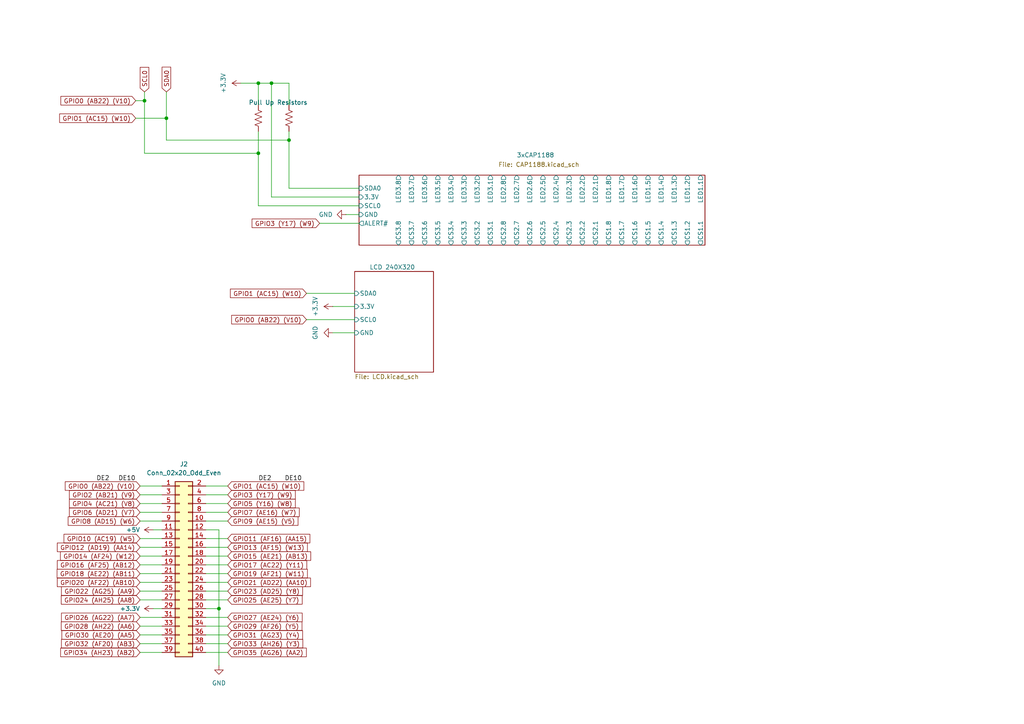
<source format=kicad_sch>
(kicad_sch
	(version 20250114)
	(generator "eeschema")
	(generator_version "9.0")
	(uuid "31659a35-7b79-4837-9c62-94b9d5dc0c37")
	(paper "A4")
	(lib_symbols
		(symbol "+3.3V_1"
			(power)
			(pin_numbers
				(hide yes)
			)
			(pin_names
				(offset 0)
				(hide yes)
			)
			(exclude_from_sim no)
			(in_bom yes)
			(on_board yes)
			(property "Reference" "#PWR"
				(at 0 -3.81 0)
				(effects
					(font
						(size 1.27 1.27)
					)
					(hide yes)
				)
			)
			(property "Value" "+3.3V"
				(at 0 3.556 0)
				(effects
					(font
						(size 1.27 1.27)
					)
				)
			)
			(property "Footprint" ""
				(at 0 0 0)
				(effects
					(font
						(size 1.27 1.27)
					)
					(hide yes)
				)
			)
			(property "Datasheet" ""
				(at 0 0 0)
				(effects
					(font
						(size 1.27 1.27)
					)
					(hide yes)
				)
			)
			(property "Description" "Power symbol creates a global label with name \"+3.3V\""
				(at 0 0 0)
				(effects
					(font
						(size 1.27 1.27)
					)
					(hide yes)
				)
			)
			(property "ki_keywords" "global power"
				(at 0 0 0)
				(effects
					(font
						(size 1.27 1.27)
					)
					(hide yes)
				)
			)
			(symbol "+3.3V_1_0_1"
				(polyline
					(pts
						(xy -0.762 1.27) (xy 0 2.54)
					)
					(stroke
						(width 0)
						(type default)
					)
					(fill
						(type none)
					)
				)
				(polyline
					(pts
						(xy 0 2.54) (xy 0.762 1.27)
					)
					(stroke
						(width 0)
						(type default)
					)
					(fill
						(type none)
					)
				)
				(polyline
					(pts
						(xy 0 0) (xy 0 2.54)
					)
					(stroke
						(width 0)
						(type default)
					)
					(fill
						(type none)
					)
				)
			)
			(symbol "+3.3V_1_1_1"
				(pin power_in line
					(at 0 0 90)
					(length 0)
					(name "~"
						(effects
							(font
								(size 1.27 1.27)
							)
						)
					)
					(number "1"
						(effects
							(font
								(size 1.27 1.27)
							)
						)
					)
				)
			)
			(embedded_fonts no)
		)
		(symbol "Connector_Generic:Conn_02x20_Odd_Even"
			(pin_names
				(offset 1.016)
				(hide yes)
			)
			(exclude_from_sim no)
			(in_bom yes)
			(on_board yes)
			(property "Reference" "J"
				(at 1.27 25.4 0)
				(effects
					(font
						(size 1.27 1.27)
					)
				)
			)
			(property "Value" "Conn_02x20_Odd_Even"
				(at 1.27 -27.94 0)
				(effects
					(font
						(size 1.27 1.27)
					)
				)
			)
			(property "Footprint" ""
				(at 0 0 0)
				(effects
					(font
						(size 1.27 1.27)
					)
					(hide yes)
				)
			)
			(property "Datasheet" "~"
				(at 0 0 0)
				(effects
					(font
						(size 1.27 1.27)
					)
					(hide yes)
				)
			)
			(property "Description" "Generic connector, double row, 02x20, odd/even pin numbering scheme (row 1 odd numbers, row 2 even numbers), script generated (kicad-library-utils/schlib/autogen/connector/)"
				(at 0 0 0)
				(effects
					(font
						(size 1.27 1.27)
					)
					(hide yes)
				)
			)
			(property "ki_keywords" "connector"
				(at 0 0 0)
				(effects
					(font
						(size 1.27 1.27)
					)
					(hide yes)
				)
			)
			(property "ki_fp_filters" "Connector*:*_2x??_*"
				(at 0 0 0)
				(effects
					(font
						(size 1.27 1.27)
					)
					(hide yes)
				)
			)
			(symbol "Conn_02x20_Odd_Even_1_1"
				(rectangle
					(start -1.27 24.13)
					(end 3.81 -26.67)
					(stroke
						(width 0.254)
						(type default)
					)
					(fill
						(type background)
					)
				)
				(rectangle
					(start -1.27 22.987)
					(end 0 22.733)
					(stroke
						(width 0.1524)
						(type default)
					)
					(fill
						(type none)
					)
				)
				(rectangle
					(start -1.27 20.447)
					(end 0 20.193)
					(stroke
						(width 0.1524)
						(type default)
					)
					(fill
						(type none)
					)
				)
				(rectangle
					(start -1.27 17.907)
					(end 0 17.653)
					(stroke
						(width 0.1524)
						(type default)
					)
					(fill
						(type none)
					)
				)
				(rectangle
					(start -1.27 15.367)
					(end 0 15.113)
					(stroke
						(width 0.1524)
						(type default)
					)
					(fill
						(type none)
					)
				)
				(rectangle
					(start -1.27 12.827)
					(end 0 12.573)
					(stroke
						(width 0.1524)
						(type default)
					)
					(fill
						(type none)
					)
				)
				(rectangle
					(start -1.27 10.287)
					(end 0 10.033)
					(stroke
						(width 0.1524)
						(type default)
					)
					(fill
						(type none)
					)
				)
				(rectangle
					(start -1.27 7.747)
					(end 0 7.493)
					(stroke
						(width 0.1524)
						(type default)
					)
					(fill
						(type none)
					)
				)
				(rectangle
					(start -1.27 5.207)
					(end 0 4.953)
					(stroke
						(width 0.1524)
						(type default)
					)
					(fill
						(type none)
					)
				)
				(rectangle
					(start -1.27 2.667)
					(end 0 2.413)
					(stroke
						(width 0.1524)
						(type default)
					)
					(fill
						(type none)
					)
				)
				(rectangle
					(start -1.27 0.127)
					(end 0 -0.127)
					(stroke
						(width 0.1524)
						(type default)
					)
					(fill
						(type none)
					)
				)
				(rectangle
					(start -1.27 -2.413)
					(end 0 -2.667)
					(stroke
						(width 0.1524)
						(type default)
					)
					(fill
						(type none)
					)
				)
				(rectangle
					(start -1.27 -4.953)
					(end 0 -5.207)
					(stroke
						(width 0.1524)
						(type default)
					)
					(fill
						(type none)
					)
				)
				(rectangle
					(start -1.27 -7.493)
					(end 0 -7.747)
					(stroke
						(width 0.1524)
						(type default)
					)
					(fill
						(type none)
					)
				)
				(rectangle
					(start -1.27 -10.033)
					(end 0 -10.287)
					(stroke
						(width 0.1524)
						(type default)
					)
					(fill
						(type none)
					)
				)
				(rectangle
					(start -1.27 -12.573)
					(end 0 -12.827)
					(stroke
						(width 0.1524)
						(type default)
					)
					(fill
						(type none)
					)
				)
				(rectangle
					(start -1.27 -15.113)
					(end 0 -15.367)
					(stroke
						(width 0.1524)
						(type default)
					)
					(fill
						(type none)
					)
				)
				(rectangle
					(start -1.27 -17.653)
					(end 0 -17.907)
					(stroke
						(width 0.1524)
						(type default)
					)
					(fill
						(type none)
					)
				)
				(rectangle
					(start -1.27 -20.193)
					(end 0 -20.447)
					(stroke
						(width 0.1524)
						(type default)
					)
					(fill
						(type none)
					)
				)
				(rectangle
					(start -1.27 -22.733)
					(end 0 -22.987)
					(stroke
						(width 0.1524)
						(type default)
					)
					(fill
						(type none)
					)
				)
				(rectangle
					(start -1.27 -25.273)
					(end 0 -25.527)
					(stroke
						(width 0.1524)
						(type default)
					)
					(fill
						(type none)
					)
				)
				(rectangle
					(start 3.81 22.987)
					(end 2.54 22.733)
					(stroke
						(width 0.1524)
						(type default)
					)
					(fill
						(type none)
					)
				)
				(rectangle
					(start 3.81 20.447)
					(end 2.54 20.193)
					(stroke
						(width 0.1524)
						(type default)
					)
					(fill
						(type none)
					)
				)
				(rectangle
					(start 3.81 17.907)
					(end 2.54 17.653)
					(stroke
						(width 0.1524)
						(type default)
					)
					(fill
						(type none)
					)
				)
				(rectangle
					(start 3.81 15.367)
					(end 2.54 15.113)
					(stroke
						(width 0.1524)
						(type default)
					)
					(fill
						(type none)
					)
				)
				(rectangle
					(start 3.81 12.827)
					(end 2.54 12.573)
					(stroke
						(width 0.1524)
						(type default)
					)
					(fill
						(type none)
					)
				)
				(rectangle
					(start 3.81 10.287)
					(end 2.54 10.033)
					(stroke
						(width 0.1524)
						(type default)
					)
					(fill
						(type none)
					)
				)
				(rectangle
					(start 3.81 7.747)
					(end 2.54 7.493)
					(stroke
						(width 0.1524)
						(type default)
					)
					(fill
						(type none)
					)
				)
				(rectangle
					(start 3.81 5.207)
					(end 2.54 4.953)
					(stroke
						(width 0.1524)
						(type default)
					)
					(fill
						(type none)
					)
				)
				(rectangle
					(start 3.81 2.667)
					(end 2.54 2.413)
					(stroke
						(width 0.1524)
						(type default)
					)
					(fill
						(type none)
					)
				)
				(rectangle
					(start 3.81 0.127)
					(end 2.54 -0.127)
					(stroke
						(width 0.1524)
						(type default)
					)
					(fill
						(type none)
					)
				)
				(rectangle
					(start 3.81 -2.413)
					(end 2.54 -2.667)
					(stroke
						(width 0.1524)
						(type default)
					)
					(fill
						(type none)
					)
				)
				(rectangle
					(start 3.81 -4.953)
					(end 2.54 -5.207)
					(stroke
						(width 0.1524)
						(type default)
					)
					(fill
						(type none)
					)
				)
				(rectangle
					(start 3.81 -7.493)
					(end 2.54 -7.747)
					(stroke
						(width 0.1524)
						(type default)
					)
					(fill
						(type none)
					)
				)
				(rectangle
					(start 3.81 -10.033)
					(end 2.54 -10.287)
					(stroke
						(width 0.1524)
						(type default)
					)
					(fill
						(type none)
					)
				)
				(rectangle
					(start 3.81 -12.573)
					(end 2.54 -12.827)
					(stroke
						(width 0.1524)
						(type default)
					)
					(fill
						(type none)
					)
				)
				(rectangle
					(start 3.81 -15.113)
					(end 2.54 -15.367)
					(stroke
						(width 0.1524)
						(type default)
					)
					(fill
						(type none)
					)
				)
				(rectangle
					(start 3.81 -17.653)
					(end 2.54 -17.907)
					(stroke
						(width 0.1524)
						(type default)
					)
					(fill
						(type none)
					)
				)
				(rectangle
					(start 3.81 -20.193)
					(end 2.54 -20.447)
					(stroke
						(width 0.1524)
						(type default)
					)
					(fill
						(type none)
					)
				)
				(rectangle
					(start 3.81 -22.733)
					(end 2.54 -22.987)
					(stroke
						(width 0.1524)
						(type default)
					)
					(fill
						(type none)
					)
				)
				(rectangle
					(start 3.81 -25.273)
					(end 2.54 -25.527)
					(stroke
						(width 0.1524)
						(type default)
					)
					(fill
						(type none)
					)
				)
				(pin passive line
					(at -5.08 22.86 0)
					(length 3.81)
					(name "Pin_1"
						(effects
							(font
								(size 1.27 1.27)
							)
						)
					)
					(number "1"
						(effects
							(font
								(size 1.27 1.27)
							)
						)
					)
				)
				(pin passive line
					(at -5.08 20.32 0)
					(length 3.81)
					(name "Pin_3"
						(effects
							(font
								(size 1.27 1.27)
							)
						)
					)
					(number "3"
						(effects
							(font
								(size 1.27 1.27)
							)
						)
					)
				)
				(pin passive line
					(at -5.08 17.78 0)
					(length 3.81)
					(name "Pin_5"
						(effects
							(font
								(size 1.27 1.27)
							)
						)
					)
					(number "5"
						(effects
							(font
								(size 1.27 1.27)
							)
						)
					)
				)
				(pin passive line
					(at -5.08 15.24 0)
					(length 3.81)
					(name "Pin_7"
						(effects
							(font
								(size 1.27 1.27)
							)
						)
					)
					(number "7"
						(effects
							(font
								(size 1.27 1.27)
							)
						)
					)
				)
				(pin passive line
					(at -5.08 12.7 0)
					(length 3.81)
					(name "Pin_9"
						(effects
							(font
								(size 1.27 1.27)
							)
						)
					)
					(number "9"
						(effects
							(font
								(size 1.27 1.27)
							)
						)
					)
				)
				(pin passive line
					(at -5.08 10.16 0)
					(length 3.81)
					(name "Pin_11"
						(effects
							(font
								(size 1.27 1.27)
							)
						)
					)
					(number "11"
						(effects
							(font
								(size 1.27 1.27)
							)
						)
					)
				)
				(pin passive line
					(at -5.08 7.62 0)
					(length 3.81)
					(name "Pin_13"
						(effects
							(font
								(size 1.27 1.27)
							)
						)
					)
					(number "13"
						(effects
							(font
								(size 1.27 1.27)
							)
						)
					)
				)
				(pin passive line
					(at -5.08 5.08 0)
					(length 3.81)
					(name "Pin_15"
						(effects
							(font
								(size 1.27 1.27)
							)
						)
					)
					(number "15"
						(effects
							(font
								(size 1.27 1.27)
							)
						)
					)
				)
				(pin passive line
					(at -5.08 2.54 0)
					(length 3.81)
					(name "Pin_17"
						(effects
							(font
								(size 1.27 1.27)
							)
						)
					)
					(number "17"
						(effects
							(font
								(size 1.27 1.27)
							)
						)
					)
				)
				(pin passive line
					(at -5.08 0 0)
					(length 3.81)
					(name "Pin_19"
						(effects
							(font
								(size 1.27 1.27)
							)
						)
					)
					(number "19"
						(effects
							(font
								(size 1.27 1.27)
							)
						)
					)
				)
				(pin passive line
					(at -5.08 -2.54 0)
					(length 3.81)
					(name "Pin_21"
						(effects
							(font
								(size 1.27 1.27)
							)
						)
					)
					(number "21"
						(effects
							(font
								(size 1.27 1.27)
							)
						)
					)
				)
				(pin passive line
					(at -5.08 -5.08 0)
					(length 3.81)
					(name "Pin_23"
						(effects
							(font
								(size 1.27 1.27)
							)
						)
					)
					(number "23"
						(effects
							(font
								(size 1.27 1.27)
							)
						)
					)
				)
				(pin passive line
					(at -5.08 -7.62 0)
					(length 3.81)
					(name "Pin_25"
						(effects
							(font
								(size 1.27 1.27)
							)
						)
					)
					(number "25"
						(effects
							(font
								(size 1.27 1.27)
							)
						)
					)
				)
				(pin passive line
					(at -5.08 -10.16 0)
					(length 3.81)
					(name "Pin_27"
						(effects
							(font
								(size 1.27 1.27)
							)
						)
					)
					(number "27"
						(effects
							(font
								(size 1.27 1.27)
							)
						)
					)
				)
				(pin passive line
					(at -5.08 -12.7 0)
					(length 3.81)
					(name "Pin_29"
						(effects
							(font
								(size 1.27 1.27)
							)
						)
					)
					(number "29"
						(effects
							(font
								(size 1.27 1.27)
							)
						)
					)
				)
				(pin passive line
					(at -5.08 -15.24 0)
					(length 3.81)
					(name "Pin_31"
						(effects
							(font
								(size 1.27 1.27)
							)
						)
					)
					(number "31"
						(effects
							(font
								(size 1.27 1.27)
							)
						)
					)
				)
				(pin passive line
					(at -5.08 -17.78 0)
					(length 3.81)
					(name "Pin_33"
						(effects
							(font
								(size 1.27 1.27)
							)
						)
					)
					(number "33"
						(effects
							(font
								(size 1.27 1.27)
							)
						)
					)
				)
				(pin passive line
					(at -5.08 -20.32 0)
					(length 3.81)
					(name "Pin_35"
						(effects
							(font
								(size 1.27 1.27)
							)
						)
					)
					(number "35"
						(effects
							(font
								(size 1.27 1.27)
							)
						)
					)
				)
				(pin passive line
					(at -5.08 -22.86 0)
					(length 3.81)
					(name "Pin_37"
						(effects
							(font
								(size 1.27 1.27)
							)
						)
					)
					(number "37"
						(effects
							(font
								(size 1.27 1.27)
							)
						)
					)
				)
				(pin passive line
					(at -5.08 -25.4 0)
					(length 3.81)
					(name "Pin_39"
						(effects
							(font
								(size 1.27 1.27)
							)
						)
					)
					(number "39"
						(effects
							(font
								(size 1.27 1.27)
							)
						)
					)
				)
				(pin passive line
					(at 7.62 22.86 180)
					(length 3.81)
					(name "Pin_2"
						(effects
							(font
								(size 1.27 1.27)
							)
						)
					)
					(number "2"
						(effects
							(font
								(size 1.27 1.27)
							)
						)
					)
				)
				(pin passive line
					(at 7.62 20.32 180)
					(length 3.81)
					(name "Pin_4"
						(effects
							(font
								(size 1.27 1.27)
							)
						)
					)
					(number "4"
						(effects
							(font
								(size 1.27 1.27)
							)
						)
					)
				)
				(pin passive line
					(at 7.62 17.78 180)
					(length 3.81)
					(name "Pin_6"
						(effects
							(font
								(size 1.27 1.27)
							)
						)
					)
					(number "6"
						(effects
							(font
								(size 1.27 1.27)
							)
						)
					)
				)
				(pin passive line
					(at 7.62 15.24 180)
					(length 3.81)
					(name "Pin_8"
						(effects
							(font
								(size 1.27 1.27)
							)
						)
					)
					(number "8"
						(effects
							(font
								(size 1.27 1.27)
							)
						)
					)
				)
				(pin passive line
					(at 7.62 12.7 180)
					(length 3.81)
					(name "Pin_10"
						(effects
							(font
								(size 1.27 1.27)
							)
						)
					)
					(number "10"
						(effects
							(font
								(size 1.27 1.27)
							)
						)
					)
				)
				(pin passive line
					(at 7.62 10.16 180)
					(length 3.81)
					(name "Pin_12"
						(effects
							(font
								(size 1.27 1.27)
							)
						)
					)
					(number "12"
						(effects
							(font
								(size 1.27 1.27)
							)
						)
					)
				)
				(pin passive line
					(at 7.62 7.62 180)
					(length 3.81)
					(name "Pin_14"
						(effects
							(font
								(size 1.27 1.27)
							)
						)
					)
					(number "14"
						(effects
							(font
								(size 1.27 1.27)
							)
						)
					)
				)
				(pin passive line
					(at 7.62 5.08 180)
					(length 3.81)
					(name "Pin_16"
						(effects
							(font
								(size 1.27 1.27)
							)
						)
					)
					(number "16"
						(effects
							(font
								(size 1.27 1.27)
							)
						)
					)
				)
				(pin passive line
					(at 7.62 2.54 180)
					(length 3.81)
					(name "Pin_18"
						(effects
							(font
								(size 1.27 1.27)
							)
						)
					)
					(number "18"
						(effects
							(font
								(size 1.27 1.27)
							)
						)
					)
				)
				(pin passive line
					(at 7.62 0 180)
					(length 3.81)
					(name "Pin_20"
						(effects
							(font
								(size 1.27 1.27)
							)
						)
					)
					(number "20"
						(effects
							(font
								(size 1.27 1.27)
							)
						)
					)
				)
				(pin passive line
					(at 7.62 -2.54 180)
					(length 3.81)
					(name "Pin_22"
						(effects
							(font
								(size 1.27 1.27)
							)
						)
					)
					(number "22"
						(effects
							(font
								(size 1.27 1.27)
							)
						)
					)
				)
				(pin passive line
					(at 7.62 -5.08 180)
					(length 3.81)
					(name "Pin_24"
						(effects
							(font
								(size 1.27 1.27)
							)
						)
					)
					(number "24"
						(effects
							(font
								(size 1.27 1.27)
							)
						)
					)
				)
				(pin passive line
					(at 7.62 -7.62 180)
					(length 3.81)
					(name "Pin_26"
						(effects
							(font
								(size 1.27 1.27)
							)
						)
					)
					(number "26"
						(effects
							(font
								(size 1.27 1.27)
							)
						)
					)
				)
				(pin passive line
					(at 7.62 -10.16 180)
					(length 3.81)
					(name "Pin_28"
						(effects
							(font
								(size 1.27 1.27)
							)
						)
					)
					(number "28"
						(effects
							(font
								(size 1.27 1.27)
							)
						)
					)
				)
				(pin passive line
					(at 7.62 -12.7 180)
					(length 3.81)
					(name "Pin_30"
						(effects
							(font
								(size 1.27 1.27)
							)
						)
					)
					(number "30"
						(effects
							(font
								(size 1.27 1.27)
							)
						)
					)
				)
				(pin passive line
					(at 7.62 -15.24 180)
					(length 3.81)
					(name "Pin_32"
						(effects
							(font
								(size 1.27 1.27)
							)
						)
					)
					(number "32"
						(effects
							(font
								(size 1.27 1.27)
							)
						)
					)
				)
				(pin passive line
					(at 7.62 -17.78 180)
					(length 3.81)
					(name "Pin_34"
						(effects
							(font
								(size 1.27 1.27)
							)
						)
					)
					(number "34"
						(effects
							(font
								(size 1.27 1.27)
							)
						)
					)
				)
				(pin passive line
					(at 7.62 -20.32 180)
					(length 3.81)
					(name "Pin_36"
						(effects
							(font
								(size 1.27 1.27)
							)
						)
					)
					(number "36"
						(effects
							(font
								(size 1.27 1.27)
							)
						)
					)
				)
				(pin passive line
					(at 7.62 -22.86 180)
					(length 3.81)
					(name "Pin_38"
						(effects
							(font
								(size 1.27 1.27)
							)
						)
					)
					(number "38"
						(effects
							(font
								(size 1.27 1.27)
							)
						)
					)
				)
				(pin passive line
					(at 7.62 -25.4 180)
					(length 3.81)
					(name "Pin_40"
						(effects
							(font
								(size 1.27 1.27)
							)
						)
					)
					(number "40"
						(effects
							(font
								(size 1.27 1.27)
							)
						)
					)
				)
			)
			(embedded_fonts no)
		)
		(symbol "Device:R_US"
			(pin_numbers
				(hide yes)
			)
			(pin_names
				(offset 0)
			)
			(exclude_from_sim no)
			(in_bom yes)
			(on_board yes)
			(property "Reference" "R"
				(at 2.54 0 90)
				(effects
					(font
						(size 1.27 1.27)
					)
				)
			)
			(property "Value" "R_US"
				(at -2.54 0 90)
				(effects
					(font
						(size 1.27 1.27)
					)
				)
			)
			(property "Footprint" ""
				(at 1.016 -0.254 90)
				(effects
					(font
						(size 1.27 1.27)
					)
					(hide yes)
				)
			)
			(property "Datasheet" "~"
				(at 0 0 0)
				(effects
					(font
						(size 1.27 1.27)
					)
					(hide yes)
				)
			)
			(property "Description" "Resistor, US symbol"
				(at 0 0 0)
				(effects
					(font
						(size 1.27 1.27)
					)
					(hide yes)
				)
			)
			(property "ki_keywords" "R res resistor"
				(at 0 0 0)
				(effects
					(font
						(size 1.27 1.27)
					)
					(hide yes)
				)
			)
			(property "ki_fp_filters" "R_*"
				(at 0 0 0)
				(effects
					(font
						(size 1.27 1.27)
					)
					(hide yes)
				)
			)
			(symbol "R_US_0_1"
				(polyline
					(pts
						(xy 0 2.286) (xy 0 2.54)
					)
					(stroke
						(width 0)
						(type default)
					)
					(fill
						(type none)
					)
				)
				(polyline
					(pts
						(xy 0 2.286) (xy 1.016 1.905) (xy 0 1.524) (xy -1.016 1.143) (xy 0 0.762)
					)
					(stroke
						(width 0)
						(type default)
					)
					(fill
						(type none)
					)
				)
				(polyline
					(pts
						(xy 0 0.762) (xy 1.016 0.381) (xy 0 0) (xy -1.016 -0.381) (xy 0 -0.762)
					)
					(stroke
						(width 0)
						(type default)
					)
					(fill
						(type none)
					)
				)
				(polyline
					(pts
						(xy 0 -0.762) (xy 1.016 -1.143) (xy 0 -1.524) (xy -1.016 -1.905) (xy 0 -2.286)
					)
					(stroke
						(width 0)
						(type default)
					)
					(fill
						(type none)
					)
				)
				(polyline
					(pts
						(xy 0 -2.286) (xy 0 -2.54)
					)
					(stroke
						(width 0)
						(type default)
					)
					(fill
						(type none)
					)
				)
			)
			(symbol "R_US_1_1"
				(pin passive line
					(at 0 3.81 270)
					(length 1.27)
					(name "~"
						(effects
							(font
								(size 1.27 1.27)
							)
						)
					)
					(number "1"
						(effects
							(font
								(size 1.27 1.27)
							)
						)
					)
				)
				(pin passive line
					(at 0 -3.81 90)
					(length 1.27)
					(name "~"
						(effects
							(font
								(size 1.27 1.27)
							)
						)
					)
					(number "2"
						(effects
							(font
								(size 1.27 1.27)
							)
						)
					)
				)
			)
			(embedded_fonts no)
		)
		(symbol "GND_1"
			(power)
			(pin_numbers
				(hide yes)
			)
			(pin_names
				(offset 0)
				(hide yes)
			)
			(exclude_from_sim no)
			(in_bom yes)
			(on_board yes)
			(property "Reference" "#PWR"
				(at 0 -6.35 0)
				(effects
					(font
						(size 1.27 1.27)
					)
					(hide yes)
				)
			)
			(property "Value" "GND"
				(at 0 -3.81 0)
				(effects
					(font
						(size 1.27 1.27)
					)
				)
			)
			(property "Footprint" ""
				(at 0 0 0)
				(effects
					(font
						(size 1.27 1.27)
					)
					(hide yes)
				)
			)
			(property "Datasheet" ""
				(at 0 0 0)
				(effects
					(font
						(size 1.27 1.27)
					)
					(hide yes)
				)
			)
			(property "Description" "Power symbol creates a global label with name \"GND\" , ground"
				(at 0 0 0)
				(effects
					(font
						(size 1.27 1.27)
					)
					(hide yes)
				)
			)
			(property "ki_keywords" "global power"
				(at 0 0 0)
				(effects
					(font
						(size 1.27 1.27)
					)
					(hide yes)
				)
			)
			(symbol "GND_1_0_1"
				(polyline
					(pts
						(xy 0 0) (xy 0 -1.27) (xy 1.27 -1.27) (xy 0 -2.54) (xy -1.27 -1.27) (xy 0 -1.27)
					)
					(stroke
						(width 0)
						(type default)
					)
					(fill
						(type none)
					)
				)
			)
			(symbol "GND_1_1_1"
				(pin power_in line
					(at 0 0 270)
					(length 0)
					(name "~"
						(effects
							(font
								(size 1.27 1.27)
							)
						)
					)
					(number "1"
						(effects
							(font
								(size 1.27 1.27)
							)
						)
					)
				)
			)
			(embedded_fonts no)
		)
		(symbol "GND_2"
			(power)
			(pin_numbers
				(hide yes)
			)
			(pin_names
				(offset 0)
				(hide yes)
			)
			(exclude_from_sim no)
			(in_bom yes)
			(on_board yes)
			(property "Reference" "#PWR"
				(at 0 -6.35 0)
				(effects
					(font
						(size 1.27 1.27)
					)
					(hide yes)
				)
			)
			(property "Value" "GND"
				(at 0 -3.81 0)
				(effects
					(font
						(size 1.27 1.27)
					)
				)
			)
			(property "Footprint" ""
				(at 0 0 0)
				(effects
					(font
						(size 1.27 1.27)
					)
					(hide yes)
				)
			)
			(property "Datasheet" ""
				(at 0 0 0)
				(effects
					(font
						(size 1.27 1.27)
					)
					(hide yes)
				)
			)
			(property "Description" "Power symbol creates a global label with name \"GND\" , ground"
				(at 0 0 0)
				(effects
					(font
						(size 1.27 1.27)
					)
					(hide yes)
				)
			)
			(property "ki_keywords" "global power"
				(at 0 0 0)
				(effects
					(font
						(size 1.27 1.27)
					)
					(hide yes)
				)
			)
			(symbol "GND_2_0_1"
				(polyline
					(pts
						(xy 0 0) (xy 0 -1.27) (xy 1.27 -1.27) (xy 0 -2.54) (xy -1.27 -1.27) (xy 0 -1.27)
					)
					(stroke
						(width 0)
						(type default)
					)
					(fill
						(type none)
					)
				)
			)
			(symbol "GND_2_1_1"
				(pin power_in line
					(at 0 0 270)
					(length 0)
					(name "~"
						(effects
							(font
								(size 1.27 1.27)
							)
						)
					)
					(number "1"
						(effects
							(font
								(size 1.27 1.27)
							)
						)
					)
				)
			)
			(embedded_fonts no)
		)
		(symbol "power:+3.3V"
			(power)
			(pin_names
				(offset 0)
			)
			(exclude_from_sim no)
			(in_bom yes)
			(on_board yes)
			(property "Reference" "#PWR"
				(at 0 -3.81 0)
				(effects
					(font
						(size 1.27 1.27)
					)
					(hide yes)
				)
			)
			(property "Value" "+3.3V"
				(at 0 3.556 0)
				(effects
					(font
						(size 1.27 1.27)
					)
				)
			)
			(property "Footprint" ""
				(at 0 0 0)
				(effects
					(font
						(size 1.27 1.27)
					)
					(hide yes)
				)
			)
			(property "Datasheet" ""
				(at 0 0 0)
				(effects
					(font
						(size 1.27 1.27)
					)
					(hide yes)
				)
			)
			(property "Description" "Power symbol creates a global label with name \"+3.3V\""
				(at 0 0 0)
				(effects
					(font
						(size 1.27 1.27)
					)
					(hide yes)
				)
			)
			(property "ki_keywords" "power-flag"
				(at 0 0 0)
				(effects
					(font
						(size 1.27 1.27)
					)
					(hide yes)
				)
			)
			(symbol "+3.3V_0_1"
				(polyline
					(pts
						(xy -0.762 1.27) (xy 0 2.54)
					)
					(stroke
						(width 0)
						(type default)
					)
					(fill
						(type none)
					)
				)
				(polyline
					(pts
						(xy 0 2.54) (xy 0.762 1.27)
					)
					(stroke
						(width 0)
						(type default)
					)
					(fill
						(type none)
					)
				)
				(polyline
					(pts
						(xy 0 0) (xy 0 2.54)
					)
					(stroke
						(width 0)
						(type default)
					)
					(fill
						(type none)
					)
				)
			)
			(symbol "+3.3V_1_1"
				(pin power_in line
					(at 0 0 90)
					(length 0)
					(hide yes)
					(name "+3.3V"
						(effects
							(font
								(size 1.27 1.27)
							)
						)
					)
					(number "1"
						(effects
							(font
								(size 1.27 1.27)
							)
						)
					)
				)
			)
			(embedded_fonts no)
		)
		(symbol "power:+5V"
			(power)
			(pin_names
				(offset 0)
			)
			(exclude_from_sim no)
			(in_bom yes)
			(on_board yes)
			(property "Reference" "#PWR"
				(at 0 -3.81 0)
				(effects
					(font
						(size 1.27 1.27)
					)
					(hide yes)
				)
			)
			(property "Value" "+5V"
				(at 0 3.556 0)
				(effects
					(font
						(size 1.27 1.27)
					)
				)
			)
			(property "Footprint" ""
				(at 0 0 0)
				(effects
					(font
						(size 1.27 1.27)
					)
					(hide yes)
				)
			)
			(property "Datasheet" ""
				(at 0 0 0)
				(effects
					(font
						(size 1.27 1.27)
					)
					(hide yes)
				)
			)
			(property "Description" "Power symbol creates a global label with name \"+5V\""
				(at 0 0 0)
				(effects
					(font
						(size 1.27 1.27)
					)
					(hide yes)
				)
			)
			(property "ki_keywords" "power-flag"
				(at 0 0 0)
				(effects
					(font
						(size 1.27 1.27)
					)
					(hide yes)
				)
			)
			(symbol "+5V_0_1"
				(polyline
					(pts
						(xy -0.762 1.27) (xy 0 2.54)
					)
					(stroke
						(width 0)
						(type default)
					)
					(fill
						(type none)
					)
				)
				(polyline
					(pts
						(xy 0 2.54) (xy 0.762 1.27)
					)
					(stroke
						(width 0)
						(type default)
					)
					(fill
						(type none)
					)
				)
				(polyline
					(pts
						(xy 0 0) (xy 0 2.54)
					)
					(stroke
						(width 0)
						(type default)
					)
					(fill
						(type none)
					)
				)
			)
			(symbol "+5V_1_1"
				(pin power_in line
					(at 0 0 90)
					(length 0)
					(hide yes)
					(name "+5V"
						(effects
							(font
								(size 1.27 1.27)
							)
						)
					)
					(number "1"
						(effects
							(font
								(size 1.27 1.27)
							)
						)
					)
				)
			)
			(embedded_fonts no)
		)
		(symbol "power:GND"
			(power)
			(pin_names
				(offset 0)
			)
			(exclude_from_sim no)
			(in_bom yes)
			(on_board yes)
			(property "Reference" "#PWR"
				(at 0 -6.35 0)
				(effects
					(font
						(size 1.27 1.27)
					)
					(hide yes)
				)
			)
			(property "Value" "GND"
				(at 0 -3.81 0)
				(effects
					(font
						(size 1.27 1.27)
					)
				)
			)
			(property "Footprint" ""
				(at 0 0 0)
				(effects
					(font
						(size 1.27 1.27)
					)
					(hide yes)
				)
			)
			(property "Datasheet" ""
				(at 0 0 0)
				(effects
					(font
						(size 1.27 1.27)
					)
					(hide yes)
				)
			)
			(property "Description" "Power symbol creates a global label with name \"GND\" , ground"
				(at 0 0 0)
				(effects
					(font
						(size 1.27 1.27)
					)
					(hide yes)
				)
			)
			(property "ki_keywords" "power-flag"
				(at 0 0 0)
				(effects
					(font
						(size 1.27 1.27)
					)
					(hide yes)
				)
			)
			(symbol "GND_0_1"
				(polyline
					(pts
						(xy 0 0) (xy 0 -1.27) (xy 1.27 -1.27) (xy 0 -2.54) (xy -1.27 -1.27) (xy 0 -1.27)
					)
					(stroke
						(width 0)
						(type default)
					)
					(fill
						(type none)
					)
				)
			)
			(symbol "GND_1_1"
				(pin power_in line
					(at 0 0 270)
					(length 0)
					(hide yes)
					(name "GND"
						(effects
							(font
								(size 1.27 1.27)
							)
						)
					)
					(number "1"
						(effects
							(font
								(size 1.27 1.27)
							)
						)
					)
				)
			)
			(embedded_fonts no)
		)
	)
	(junction
		(at 63.5 176.53)
		(diameter 0)
		(color 0 0 0 0)
		(uuid "2d98fc57-87c7-4d3c-a60e-014950816ae6")
	)
	(junction
		(at 41.91 29.21)
		(diameter 0)
		(color 0 0 0 0)
		(uuid "5607cb22-2c49-4d25-aade-59214afb73fe")
	)
	(junction
		(at 74.93 44.45)
		(diameter 0)
		(color 0 0 0 0)
		(uuid "6aeecd76-5ef6-4fee-bc94-ddc8bdd88cf1")
	)
	(junction
		(at 48.26 34.29)
		(diameter 0)
		(color 0 0 0 0)
		(uuid "7235ff77-ef49-4e1b-9ff6-9fb377863b58")
	)
	(junction
		(at 78.74 24.13)
		(diameter 0)
		(color 0 0 0 0)
		(uuid "c77cb16d-7210-42b1-b083-8226ac4dd959")
	)
	(junction
		(at 74.93 24.13)
		(diameter 0)
		(color 0 0 0 0)
		(uuid "cc664486-5fd9-4b60-88ac-31fa0b117902")
	)
	(junction
		(at 83.82 40.64)
		(diameter 0)
		(color 0 0 0 0)
		(uuid "dbdb1d6c-54fa-4f23-a745-75ed26284c71")
	)
	(wire
		(pts
			(xy 40.64 143.51) (xy 46.99 143.51)
		)
		(stroke
			(width 0)
			(type default)
		)
		(uuid "01e2799e-21e1-48a7-969b-896709d63fbf")
	)
	(wire
		(pts
			(xy 74.93 44.45) (xy 74.93 59.69)
		)
		(stroke
			(width 0)
			(type default)
		)
		(uuid "020b85bb-6cf8-4096-9dda-44fed52e0f9d")
	)
	(wire
		(pts
			(xy 41.91 26.67) (xy 41.91 29.21)
		)
		(stroke
			(width 0)
			(type default)
		)
		(uuid "04934e12-fa57-48c1-ada1-6609066b7289")
	)
	(wire
		(pts
			(xy 40.64 166.37) (xy 46.99 166.37)
		)
		(stroke
			(width 0)
			(type default)
		)
		(uuid "0927b296-970d-4e9e-b57c-00f857daddae")
	)
	(wire
		(pts
			(xy 78.74 24.13) (xy 83.82 24.13)
		)
		(stroke
			(width 0)
			(type default)
		)
		(uuid "1015d35d-f602-4a4e-ad66-6cf4a5c0005e")
	)
	(wire
		(pts
			(xy 63.5 153.67) (xy 63.5 176.53)
		)
		(stroke
			(width 0)
			(type default)
		)
		(uuid "104cf52f-63a5-41f2-87f8-fd9bb8035fdb")
	)
	(wire
		(pts
			(xy 44.45 176.53) (xy 46.99 176.53)
		)
		(stroke
			(width 0)
			(type default)
		)
		(uuid "1208432a-1232-4d7c-bf9e-2a449b4f72c4")
	)
	(wire
		(pts
			(xy 40.64 171.45) (xy 46.99 171.45)
		)
		(stroke
			(width 0)
			(type default)
		)
		(uuid "1cd7947b-43a0-42ef-999c-706bb6e63bc5")
	)
	(wire
		(pts
			(xy 59.69 189.23) (xy 66.04 189.23)
		)
		(stroke
			(width 0)
			(type default)
		)
		(uuid "22a9d968-7067-495b-a516-6d4f3679ed5a")
	)
	(wire
		(pts
			(xy 88.9 92.71) (xy 102.87 92.71)
		)
		(stroke
			(width 0)
			(type default)
		)
		(uuid "23755a11-508b-4b11-8bb7-9658931bec51")
	)
	(wire
		(pts
			(xy 96.52 88.9) (xy 102.87 88.9)
		)
		(stroke
			(width 0)
			(type default)
		)
		(uuid "2a6c3f0c-a735-4d94-88fc-e326affd364a")
	)
	(wire
		(pts
			(xy 83.82 24.13) (xy 83.82 30.48)
		)
		(stroke
			(width 0)
			(type default)
		)
		(uuid "2a6ea863-c31b-43ed-8cfe-604e4a75090f")
	)
	(wire
		(pts
			(xy 74.93 24.13) (xy 74.93 30.48)
		)
		(stroke
			(width 0)
			(type default)
		)
		(uuid "2b41b136-403c-4ea7-86c9-43f68c32db2f")
	)
	(wire
		(pts
			(xy 59.69 148.59) (xy 66.04 148.59)
		)
		(stroke
			(width 0)
			(type default)
		)
		(uuid "2b8e2aae-19bc-4828-895d-cc9f137ce92e")
	)
	(wire
		(pts
			(xy 59.69 173.99) (xy 66.04 173.99)
		)
		(stroke
			(width 0)
			(type default)
		)
		(uuid "30ae911a-7d5e-4a1b-8e61-03e698f8937f")
	)
	(wire
		(pts
			(xy 59.69 153.67) (xy 63.5 153.67)
		)
		(stroke
			(width 0)
			(type default)
		)
		(uuid "3828a962-5e0d-4dca-974a-f01b7771580e")
	)
	(wire
		(pts
			(xy 48.26 26.67) (xy 48.26 34.29)
		)
		(stroke
			(width 0)
			(type default)
		)
		(uuid "38f8ad92-664b-4121-a85e-1370f76b7956")
	)
	(wire
		(pts
			(xy 83.82 54.61) (xy 104.14 54.61)
		)
		(stroke
			(width 0)
			(type default)
		)
		(uuid "3c28e6ce-f8c8-40d4-9ea8-a06a042c68de")
	)
	(wire
		(pts
			(xy 59.69 140.97) (xy 66.04 140.97)
		)
		(stroke
			(width 0)
			(type default)
		)
		(uuid "3cfcc9c2-e387-461e-b70a-31930a78d2c8")
	)
	(wire
		(pts
			(xy 40.64 151.13) (xy 46.99 151.13)
		)
		(stroke
			(width 0)
			(type default)
		)
		(uuid "41b79cae-6d2a-4092-8335-ff286abe8acd")
	)
	(wire
		(pts
			(xy 40.64 161.29) (xy 46.99 161.29)
		)
		(stroke
			(width 0)
			(type default)
		)
		(uuid "463a9798-4717-422c-8164-aa2d10f02ea7")
	)
	(wire
		(pts
			(xy 59.69 181.61) (xy 66.04 181.61)
		)
		(stroke
			(width 0)
			(type default)
		)
		(uuid "4814d51b-7134-4b79-a5cd-fa0967777f6e")
	)
	(wire
		(pts
			(xy 40.64 156.21) (xy 46.99 156.21)
		)
		(stroke
			(width 0)
			(type default)
		)
		(uuid "4cfbc13c-97b7-4b09-a5f9-e1c519d261ee")
	)
	(wire
		(pts
			(xy 59.69 171.45) (xy 66.04 171.45)
		)
		(stroke
			(width 0)
			(type default)
		)
		(uuid "4f35fd96-a6e8-4b73-b49d-cc3af8fce8f1")
	)
	(wire
		(pts
			(xy 59.69 158.75) (xy 66.04 158.75)
		)
		(stroke
			(width 0)
			(type default)
		)
		(uuid "4f47fe54-92da-4cb8-a1ca-ce9783675deb")
	)
	(wire
		(pts
			(xy 59.69 156.21) (xy 66.04 156.21)
		)
		(stroke
			(width 0)
			(type default)
		)
		(uuid "517f8f65-32bf-46ea-9c5c-2bd4d84590a3")
	)
	(wire
		(pts
			(xy 39.37 34.29) (xy 48.26 34.29)
		)
		(stroke
			(width 0)
			(type default)
		)
		(uuid "57bea402-77ce-40e6-aec3-dc6728ef01a0")
	)
	(wire
		(pts
			(xy 41.91 44.45) (xy 74.93 44.45)
		)
		(stroke
			(width 0)
			(type default)
		)
		(uuid "5ea609b0-a052-4efc-a675-0048c85edaf1")
	)
	(wire
		(pts
			(xy 92.71 64.77) (xy 104.14 64.77)
		)
		(stroke
			(width 0)
			(type default)
		)
		(uuid "610fffa4-fec4-460d-b1cc-fb5a633cd965")
	)
	(wire
		(pts
			(xy 69.85 24.13) (xy 74.93 24.13)
		)
		(stroke
			(width 0)
			(type default)
		)
		(uuid "639bdf2f-1161-4a51-bbbc-9feee3af2e8d")
	)
	(wire
		(pts
			(xy 39.37 29.21) (xy 41.91 29.21)
		)
		(stroke
			(width 0)
			(type default)
		)
		(uuid "64a9ef20-d445-4b07-9b50-5b83b3c742f5")
	)
	(wire
		(pts
			(xy 40.64 140.97) (xy 46.99 140.97)
		)
		(stroke
			(width 0)
			(type default)
		)
		(uuid "64dcf05c-ec93-4dd1-9443-c1c374917647")
	)
	(wire
		(pts
			(xy 74.93 38.1) (xy 74.93 44.45)
		)
		(stroke
			(width 0)
			(type default)
		)
		(uuid "6d0e2c5a-0152-45d3-9e4f-c5a59b2508f3")
	)
	(wire
		(pts
			(xy 40.64 181.61) (xy 46.99 181.61)
		)
		(stroke
			(width 0)
			(type default)
		)
		(uuid "6ea8438b-c680-4a36-bbde-f3269f36e576")
	)
	(wire
		(pts
			(xy 59.69 166.37) (xy 66.04 166.37)
		)
		(stroke
			(width 0)
			(type default)
		)
		(uuid "6fc420f3-0436-4d0b-912a-0d6c5cf83d4a")
	)
	(wire
		(pts
			(xy 78.74 24.13) (xy 78.74 57.15)
		)
		(stroke
			(width 0)
			(type default)
		)
		(uuid "72c32ba0-7221-4ecc-b208-092242c645b5")
	)
	(wire
		(pts
			(xy 59.69 168.91) (xy 66.04 168.91)
		)
		(stroke
			(width 0)
			(type default)
		)
		(uuid "78bbd1dd-c8c4-4d33-82f7-d8b8eadccdb0")
	)
	(wire
		(pts
			(xy 48.26 40.64) (xy 83.82 40.64)
		)
		(stroke
			(width 0)
			(type default)
		)
		(uuid "7dfcbeb9-4c86-4546-8d04-b6ee6e47b603")
	)
	(wire
		(pts
			(xy 83.82 40.64) (xy 83.82 54.61)
		)
		(stroke
			(width 0)
			(type default)
		)
		(uuid "803ceb0d-26ab-4151-847b-763963b3c0d5")
	)
	(wire
		(pts
			(xy 40.64 184.15) (xy 46.99 184.15)
		)
		(stroke
			(width 0)
			(type default)
		)
		(uuid "81fa4444-31b2-4c22-83fc-aa523620578d")
	)
	(wire
		(pts
			(xy 41.91 29.21) (xy 41.91 44.45)
		)
		(stroke
			(width 0)
			(type default)
		)
		(uuid "842e754a-f982-4157-bbff-28e076e7ecf0")
	)
	(wire
		(pts
			(xy 59.69 179.07) (xy 66.04 179.07)
		)
		(stroke
			(width 0)
			(type default)
		)
		(uuid "8d1433af-2ea0-4c2e-8645-4f4da7df45c9")
	)
	(wire
		(pts
			(xy 59.69 176.53) (xy 63.5 176.53)
		)
		(stroke
			(width 0)
			(type default)
		)
		(uuid "8ea6a41f-e304-41c7-9196-a9807ea282cc")
	)
	(wire
		(pts
			(xy 48.26 34.29) (xy 48.26 40.64)
		)
		(stroke
			(width 0)
			(type default)
		)
		(uuid "91685038-ea75-40cc-b848-4eb1aba7ed88")
	)
	(wire
		(pts
			(xy 44.45 153.67) (xy 46.99 153.67)
		)
		(stroke
			(width 0)
			(type default)
		)
		(uuid "936fc0a5-a053-47e8-801c-e5aaa314a655")
	)
	(wire
		(pts
			(xy 74.93 59.69) (xy 104.14 59.69)
		)
		(stroke
			(width 0)
			(type default)
		)
		(uuid "958ad927-96fb-4dc8-bde9-26f705354335")
	)
	(wire
		(pts
			(xy 40.64 148.59) (xy 46.99 148.59)
		)
		(stroke
			(width 0)
			(type default)
		)
		(uuid "9c0c0240-7962-4046-b35a-bb7a36e13b39")
	)
	(wire
		(pts
			(xy 59.69 184.15) (xy 66.04 184.15)
		)
		(stroke
			(width 0)
			(type default)
		)
		(uuid "9ca3dd49-74b4-4717-8c1e-755286cd8c35")
	)
	(wire
		(pts
			(xy 59.69 143.51) (xy 66.04 143.51)
		)
		(stroke
			(width 0)
			(type default)
		)
		(uuid "a1810d64-066b-449c-92ca-a29875671fcf")
	)
	(wire
		(pts
			(xy 59.69 146.05) (xy 66.04 146.05)
		)
		(stroke
			(width 0)
			(type default)
		)
		(uuid "a19da13c-0f2a-49d1-a5a2-9427a0b1618c")
	)
	(wire
		(pts
			(xy 78.74 57.15) (xy 104.14 57.15)
		)
		(stroke
			(width 0)
			(type default)
		)
		(uuid "a64d99c0-749d-4d7e-aa1b-c0873002b098")
	)
	(wire
		(pts
			(xy 40.64 173.99) (xy 46.99 173.99)
		)
		(stroke
			(width 0)
			(type default)
		)
		(uuid "afa2b427-cd67-4ad4-b1cc-616d13c689f7")
	)
	(wire
		(pts
			(xy 83.82 38.1) (xy 83.82 40.64)
		)
		(stroke
			(width 0)
			(type default)
		)
		(uuid "b40605e7-cbc2-4aae-8782-d21f83899254")
	)
	(wire
		(pts
			(xy 59.69 151.13) (xy 66.04 151.13)
		)
		(stroke
			(width 0)
			(type default)
		)
		(uuid "b83bd809-2611-4236-9f59-05a93e6001d6")
	)
	(wire
		(pts
			(xy 100.33 62.23) (xy 104.14 62.23)
		)
		(stroke
			(width 0)
			(type default)
		)
		(uuid "b87ed6de-a1ba-4209-b766-21c4ea1de59b")
	)
	(wire
		(pts
			(xy 40.64 189.23) (xy 46.99 189.23)
		)
		(stroke
			(width 0)
			(type default)
		)
		(uuid "bed66e85-ede9-4990-b25a-6c33644e15b2")
	)
	(wire
		(pts
			(xy 59.69 186.69) (xy 66.04 186.69)
		)
		(stroke
			(width 0)
			(type default)
		)
		(uuid "cf87dd7d-0132-4a08-9ef2-f75e1fe9c262")
	)
	(wire
		(pts
			(xy 74.93 24.13) (xy 78.74 24.13)
		)
		(stroke
			(width 0)
			(type default)
		)
		(uuid "d97798fc-c345-4fbb-af5e-b60b142bb5fe")
	)
	(wire
		(pts
			(xy 59.69 161.29) (xy 66.04 161.29)
		)
		(stroke
			(width 0)
			(type default)
		)
		(uuid "e681d8c9-979c-482d-a59a-bb1e27603d87")
	)
	(wire
		(pts
			(xy 40.64 146.05) (xy 46.99 146.05)
		)
		(stroke
			(width 0)
			(type default)
		)
		(uuid "e7b1eaf6-b3ea-4712-87c3-70fc930ba53c")
	)
	(wire
		(pts
			(xy 40.64 168.91) (xy 46.99 168.91)
		)
		(stroke
			(width 0)
			(type default)
		)
		(uuid "ec62a03b-3664-452a-86e5-ef5d8f6fff6d")
	)
	(wire
		(pts
			(xy 40.64 158.75) (xy 46.99 158.75)
		)
		(stroke
			(width 0)
			(type default)
		)
		(uuid "ed5d2a7c-2729-4592-bc40-82fb250e39e1")
	)
	(wire
		(pts
			(xy 59.69 163.83) (xy 66.04 163.83)
		)
		(stroke
			(width 0)
			(type default)
		)
		(uuid "ee44562b-2470-4c35-8316-4610bcbafa02")
	)
	(wire
		(pts
			(xy 40.64 163.83) (xy 46.99 163.83)
		)
		(stroke
			(width 0)
			(type default)
		)
		(uuid "f1ad7117-73d2-4cee-b8b7-186a1b675761")
	)
	(wire
		(pts
			(xy 40.64 179.07) (xy 46.99 179.07)
		)
		(stroke
			(width 0)
			(type default)
		)
		(uuid "f440dfb7-2fc5-44d8-8abc-82df57d685fc")
	)
	(wire
		(pts
			(xy 96.52 96.52) (xy 102.87 96.52)
		)
		(stroke
			(width 0)
			(type default)
		)
		(uuid "fcdd334c-b43a-4a45-bf6c-e91f869194db")
	)
	(wire
		(pts
			(xy 63.5 176.53) (xy 63.5 193.04)
		)
		(stroke
			(width 0)
			(type default)
		)
		(uuid "fd68a4a4-304d-49ef-bcfd-2d26d32ceda9")
	)
	(wire
		(pts
			(xy 88.9 85.09) (xy 102.87 85.09)
		)
		(stroke
			(width 0)
			(type default)
		)
		(uuid "fd8234fa-8106-422e-b004-617e1e3cee20")
	)
	(wire
		(pts
			(xy 40.64 186.69) (xy 46.99 186.69)
		)
		(stroke
			(width 0)
			(type default)
		)
		(uuid "ff0825c2-977b-4bad-8274-183e7c9092f6")
	)
	(label "DE10"
		(at 34.29 139.7 0)
		(effects
			(font
				(size 1.27 1.27)
			)
			(justify left bottom)
		)
		(uuid "0e8248b9-a55e-4855-b737-ccd86762e2bc")
	)
	(label "DE10"
		(at 82.55 139.7 0)
		(effects
			(font
				(size 1.27 1.27)
			)
			(justify left bottom)
		)
		(uuid "658eeddd-52be-4b8a-96b9-a1e2c6d80371")
	)
	(label "DE2"
		(at 27.94 139.7 0)
		(effects
			(font
				(size 1.27 1.27)
			)
			(justify left bottom)
		)
		(uuid "d2beda0a-a9d5-49f4-8156-b73c1ac14d17")
	)
	(label "DE2"
		(at 74.93 139.7 0)
		(effects
			(font
				(size 1.27 1.27)
			)
			(justify left bottom)
		)
		(uuid "fa74f247-4b20-4069-b9fa-fdf4aa4780fb")
	)
	(global_label "SCL0"
		(shape input)
		(at 41.91 26.67 90)
		(fields_autoplaced yes)
		(effects
			(font
				(size 1.27 1.27)
			)
			(justify left)
		)
		(uuid "054c4362-f65c-4697-b57a-67bafde2b6c9")
		(property "Intersheetrefs" "${INTERSHEET_REFS}"
			(at 41.91 20.1772 90)
			(effects
				(font
					(size 1.27 1.27)
				)
				(justify left)
				(hide yes)
			)
		)
	)
	(global_label "GPIO2 (AB21) (V9)"
		(shape input)
		(at 40.64 143.51 180)
		(fields_autoplaced yes)
		(effects
			(font
				(size 1.27 1.27)
			)
			(justify right)
		)
		(uuid "061a4e6b-82c8-4602-9aba-48450b034065")
		(property "Intersheetrefs" "${INTERSHEET_REFS}"
			(at 20.1445 143.4306 0)
			(effects
				(font
					(size 1.27 1.27)
				)
				(justify right)
				(hide yes)
			)
		)
	)
	(global_label "GPIO33 (AH26) (Y3)"
		(shape input)
		(at 66.04 186.69 0)
		(fields_autoplaced yes)
		(effects
			(font
				(size 1.27 1.27)
			)
			(justify left)
		)
		(uuid "0bafc3d5-b21f-4be2-bc5d-622c594cba93")
		(property "Intersheetrefs" "${INTERSHEET_REFS}"
			(at 87.8055 186.6106 0)
			(effects
				(font
					(size 1.27 1.27)
				)
				(justify left)
				(hide yes)
			)
		)
	)
	(global_label "GPIO1 (AC15) (W10)"
		(shape input)
		(at 88.9 85.09 180)
		(fields_autoplaced yes)
		(effects
			(font
				(size 1.27 1.27)
			)
			(justify right)
		)
		(uuid "10a3ff08-89a8-4b09-93be-478ed0a24d6c")
		(property "Intersheetrefs" "${INTERSHEET_REFS}"
			(at 66.26 85.09 0)
			(effects
				(font
					(size 1.27 1.27)
				)
				(justify right)
				(hide yes)
			)
		)
	)
	(global_label "GPIO7 (AE16) (W7)"
		(shape input)
		(at 66.04 148.59 0)
		(fields_autoplaced yes)
		(effects
			(font
				(size 1.27 1.27)
			)
			(justify left)
		)
		(uuid "141e1ab3-b12b-437f-b2e1-71b0dc74de42")
		(property "Intersheetrefs" "${INTERSHEET_REFS}"
			(at 86.7774 148.5106 0)
			(effects
				(font
					(size 1.27 1.27)
				)
				(justify left)
				(hide yes)
			)
		)
	)
	(global_label "GPIO0 (AB22) (V10)"
		(shape input)
		(at 39.37 29.21 180)
		(fields_autoplaced yes)
		(effects
			(font
				(size 1.27 1.27)
			)
			(justify right)
		)
		(uuid "1ba317a3-c154-434a-8447-960fccc39b47")
		(property "Intersheetrefs" "${INTERSHEET_REFS}"
			(at 17.665 29.1306 0)
			(effects
				(font
					(size 1.27 1.27)
				)
				(justify right)
				(hide yes)
			)
		)
	)
	(global_label "GPIO1 (AC15) (W10)"
		(shape input)
		(at 66.04 140.97 0)
		(fields_autoplaced yes)
		(effects
			(font
				(size 1.27 1.27)
			)
			(justify left)
		)
		(uuid "233c7574-a30b-47cd-9304-fd201468a665")
		(property "Intersheetrefs" "${INTERSHEET_REFS}"
			(at 88.1079 140.8906 0)
			(effects
				(font
					(size 1.27 1.27)
				)
				(justify left)
				(hide yes)
			)
		)
	)
	(global_label "GPIO35 (AG26) (AA2)"
		(shape input)
		(at 66.04 189.23 0)
		(fields_autoplaced yes)
		(effects
			(font
				(size 1.27 1.27)
			)
			(justify left)
		)
		(uuid "2d78ef60-75c8-4dff-8372-98b000861e0e")
		(property "Intersheetrefs" "${INTERSHEET_REFS}"
			(at 88.8336 189.1506 0)
			(effects
				(font
					(size 1.27 1.27)
				)
				(justify left)
				(hide yes)
			)
		)
	)
	(global_label "GPIO9 (AE15) (V5)"
		(shape input)
		(at 66.04 151.13 0)
		(fields_autoplaced yes)
		(effects
			(font
				(size 1.27 1.27)
			)
			(justify left)
		)
		(uuid "37055743-5b4d-4e6d-b0f7-7237576e4f12")
		(property "Intersheetrefs" "${INTERSHEET_REFS}"
			(at 86.4145 151.0506 0)
			(effects
				(font
					(size 1.27 1.27)
				)
				(justify left)
				(hide yes)
			)
		)
	)
	(global_label "SDA0"
		(shape input)
		(at 48.26 26.67 90)
		(fields_autoplaced yes)
		(effects
			(font
				(size 1.27 1.27)
			)
			(justify left)
		)
		(uuid "37417da5-e1c3-44c5-b29d-6b237ec47d72")
		(property "Intersheetrefs" "${INTERSHEET_REFS}"
			(at 48.26 18.9072 90)
			(effects
				(font
					(size 1.27 1.27)
				)
				(justify left)
				(hide yes)
			)
		)
	)
	(global_label "GPIO17 (AC22) (Y11)"
		(shape input)
		(at 66.04 163.83 0)
		(fields_autoplaced yes)
		(effects
			(font
				(size 1.27 1.27)
			)
			(justify left)
		)
		(uuid "3a88d1a2-84a9-4615-87f3-ddd0d535a1de")
		(property "Intersheetrefs" "${INTERSHEET_REFS}"
			(at 88.9545 163.7506 0)
			(effects
				(font
					(size 1.27 1.27)
				)
				(justify left)
				(hide yes)
			)
		)
	)
	(global_label "GPIO23 (AD25) (Y8)"
		(shape input)
		(at 66.04 171.45 0)
		(fields_autoplaced yes)
		(effects
			(font
				(size 1.27 1.27)
			)
			(justify left)
		)
		(uuid "462709ab-7dfe-41c8-a618-de83e89c9e82")
		(property "Intersheetrefs" "${INTERSHEET_REFS}"
			(at 87.745 171.3706 0)
			(effects
				(font
					(size 1.27 1.27)
				)
				(justify left)
				(hide yes)
			)
		)
	)
	(global_label "GPIO3 (Y17) (W9)"
		(shape input)
		(at 92.71 64.77 180)
		(fields_autoplaced yes)
		(effects
			(font
				(size 1.27 1.27)
			)
			(justify right)
		)
		(uuid "49b8f16f-e959-4001-bfc2-e4cef28bdda5")
		(property "Intersheetrefs" "${INTERSHEET_REFS}"
			(at 72.5495 64.77 0)
			(effects
				(font
					(size 1.27 1.27)
				)
				(justify right)
				(hide yes)
			)
		)
	)
	(global_label "GPIO34 (AH23) (AB2)"
		(shape input)
		(at 40.64 189.23 180)
		(fields_autoplaced yes)
		(effects
			(font
				(size 1.27 1.27)
			)
			(justify right)
		)
		(uuid "4ad9398b-de9f-46ad-839d-2ba049650673")
		(property "Intersheetrefs" "${INTERSHEET_REFS}"
			(at 17.6045 189.1506 0)
			(effects
				(font
					(size 1.27 1.27)
				)
				(justify right)
				(hide yes)
			)
		)
	)
	(global_label "GPIO0 (AB22) (V10)"
		(shape input)
		(at 40.64 140.97 180)
		(fields_autoplaced yes)
		(effects
			(font
				(size 1.27 1.27)
			)
			(justify right)
		)
		(uuid "4e5e85e7-3e98-49d2-ae8a-1cef04bb4faa")
		(property "Intersheetrefs" "${INTERSHEET_REFS}"
			(at 18.935 140.8906 0)
			(effects
				(font
					(size 1.27 1.27)
				)
				(justify right)
				(hide yes)
			)
		)
	)
	(global_label "GPIO5 (Y16) (W8)"
		(shape input)
		(at 66.04 146.05 0)
		(fields_autoplaced yes)
		(effects
			(font
				(size 1.27 1.27)
			)
			(justify left)
		)
		(uuid "542fefe1-5ee3-4477-aaaa-bc6adf7be191")
		(property "Intersheetrefs" "${INTERSHEET_REFS}"
			(at 85.6283 145.9706 0)
			(effects
				(font
					(size 1.27 1.27)
				)
				(justify left)
				(hide yes)
			)
		)
	)
	(global_label "GPIO18 (AE22) (AB11)"
		(shape input)
		(at 40.64 166.37 180)
		(fields_autoplaced yes)
		(effects
			(font
				(size 1.27 1.27)
			)
			(justify right)
		)
		(uuid "5cdf3c61-909d-4c18-b210-b2f145f55d2e")
		(property "Intersheetrefs" "${INTERSHEET_REFS}"
			(at 16.5764 166.2906 0)
			(effects
				(font
					(size 1.27 1.27)
				)
				(justify right)
				(hide yes)
			)
		)
	)
	(global_label "GPIO16 (AF25) (AB12)"
		(shape input)
		(at 40.64 163.83 180)
		(fields_autoplaced yes)
		(effects
			(font
				(size 1.27 1.27)
			)
			(justify right)
		)
		(uuid "5e6cb697-bb72-4fd9-aac5-7ad7e8b6e064")
		(property "Intersheetrefs" "${INTERSHEET_REFS}"
			(at 16.6369 163.7506 0)
			(effects
				(font
					(size 1.27 1.27)
				)
				(justify right)
				(hide yes)
			)
		)
	)
	(global_label "GPIO0 (AB22) (V10)"
		(shape input)
		(at 88.9 92.71 180)
		(fields_autoplaced yes)
		(effects
			(font
				(size 1.27 1.27)
			)
			(justify right)
		)
		(uuid "6c78527e-1d1e-494d-95a9-e89eb060ab67")
		(property "Intersheetrefs" "${INTERSHEET_REFS}"
			(at 67.195 92.6306 0)
			(effects
				(font
					(size 1.27 1.27)
				)
				(justify right)
				(hide yes)
			)
		)
	)
	(global_label "GPIO10 (AC19) (W5)"
		(shape input)
		(at 40.64 156.21 180)
		(fields_autoplaced yes)
		(effects
			(font
				(size 1.27 1.27)
			)
			(justify right)
		)
		(uuid "7045548d-7bbc-4c51-b70f-a5a41d9ac120")
		(property "Intersheetrefs" "${INTERSHEET_REFS}"
			(at 18.5721 156.1306 0)
			(effects
				(font
					(size 1.27 1.27)
				)
				(justify right)
				(hide yes)
			)
		)
	)
	(global_label "GPIO14 (AF24) (W12)"
		(shape input)
		(at 40.64 161.29 180)
		(fields_autoplaced yes)
		(effects
			(font
				(size 1.27 1.27)
			)
			(justify right)
		)
		(uuid "736bd43a-4a63-45d9-ad71-77e550187a4f")
		(property "Intersheetrefs" "${INTERSHEET_REFS}"
			(at 17.544 161.2106 0)
			(effects
				(font
					(size 1.27 1.27)
				)
				(justify right)
				(hide yes)
			)
		)
	)
	(global_label "GPIO3 (Y17) (W9)"
		(shape input)
		(at 66.04 143.51 0)
		(fields_autoplaced yes)
		(effects
			(font
				(size 1.27 1.27)
			)
			(justify left)
		)
		(uuid "7e5cf7df-78c4-4b5d-8053-730dc72bf67b")
		(property "Intersheetrefs" "${INTERSHEET_REFS}"
			(at 85.6283 143.4306 0)
			(effects
				(font
					(size 1.27 1.27)
				)
				(justify left)
				(hide yes)
			)
		)
	)
	(global_label "GPIO1 (AC15) (W10)"
		(shape input)
		(at 39.37 34.29 180)
		(fields_autoplaced yes)
		(effects
			(font
				(size 1.27 1.27)
			)
			(justify right)
		)
		(uuid "811e9473-9e6c-400a-9c7b-c62503fc9b3d")
		(property "Intersheetrefs" "${INTERSHEET_REFS}"
			(at 16.73 34.29 0)
			(effects
				(font
					(size 1.27 1.27)
				)
				(justify right)
				(hide yes)
			)
		)
	)
	(global_label "GPIO32 (AF20) (AB3)"
		(shape input)
		(at 40.64 186.69 180)
		(fields_autoplaced yes)
		(effects
			(font
				(size 1.27 1.27)
			)
			(justify right)
		)
		(uuid "814ff3d7-b451-46b6-8590-18d5d080a17b")
		(property "Intersheetrefs" "${INTERSHEET_REFS}"
			(at 17.8464 186.6106 0)
			(effects
				(font
					(size 1.27 1.27)
				)
				(justify right)
				(hide yes)
			)
		)
	)
	(global_label "GPIO21 (AD22) (AA10)"
		(shape input)
		(at 66.04 168.91 0)
		(fields_autoplaced yes)
		(effects
			(font
				(size 1.27 1.27)
			)
			(justify left)
		)
		(uuid "83769362-a578-4f39-85af-44a06df79c1a")
		(property "Intersheetrefs" "${INTERSHEET_REFS}"
			(at 90.0431 168.8306 0)
			(effects
				(font
					(size 1.27 1.27)
				)
				(justify left)
				(hide yes)
			)
		)
	)
	(global_label "GPIO15 (AE21) (AB13)"
		(shape input)
		(at 66.04 161.29 0)
		(fields_autoplaced yes)
		(effects
			(font
				(size 1.27 1.27)
			)
			(justify left)
		)
		(uuid "8552c6bd-e51c-41bb-a619-44b1b26d1e65")
		(property "Intersheetrefs" "${INTERSHEET_REFS}"
			(at 90.1036 161.2106 0)
			(effects
				(font
					(size 1.27 1.27)
				)
				(justify left)
				(hide yes)
			)
		)
	)
	(global_label "GPIO25 (AE25) (Y7)"
		(shape input)
		(at 66.04 173.99 0)
		(fields_autoplaced yes)
		(effects
			(font
				(size 1.27 1.27)
			)
			(justify left)
		)
		(uuid "92a9259f-b714-4227-9f72-8a130dd6e4c2")
		(property "Intersheetrefs" "${INTERSHEET_REFS}"
			(at 87.6241 173.9106 0)
			(effects
				(font
					(size 1.27 1.27)
				)
				(justify left)
				(hide yes)
			)
		)
	)
	(global_label "GPIO27 (AE24) (Y6)"
		(shape input)
		(at 66.04 179.07 0)
		(fields_autoplaced yes)
		(effects
			(font
				(size 1.27 1.27)
			)
			(justify left)
		)
		(uuid "a7a37b5d-fdcf-4426-a6a6-fbb023923f63")
		(property "Intersheetrefs" "${INTERSHEET_REFS}"
			(at 87.6241 178.9906 0)
			(effects
				(font
					(size 1.27 1.27)
				)
				(justify left)
				(hide yes)
			)
		)
	)
	(global_label "GPIO28 (AH22) (AA6)"
		(shape input)
		(at 40.64 181.61 180)
		(fields_autoplaced yes)
		(effects
			(font
				(size 1.27 1.27)
			)
			(justify right)
		)
		(uuid "b292a0ec-c9fb-488f-9ef8-45fc6b607187")
		(property "Intersheetrefs" "${INTERSHEET_REFS}"
			(at 17.7859 181.5306 0)
			(effects
				(font
					(size 1.27 1.27)
				)
				(justify right)
				(hide yes)
			)
		)
	)
	(global_label "GPIO20 (AF22) (AB10)"
		(shape input)
		(at 40.64 168.91 180)
		(fields_autoplaced yes)
		(effects
			(font
				(size 1.27 1.27)
			)
			(justify right)
		)
		(uuid "b54bf646-4323-41f0-a7b1-493f6d04d0ce")
		(property "Intersheetrefs" "${INTERSHEET_REFS}"
			(at 16.6369 168.8306 0)
			(effects
				(font
					(size 1.27 1.27)
				)
				(justify right)
				(hide yes)
			)
		)
	)
	(global_label "GPIO4 (AC21) (V8)"
		(shape input)
		(at 40.64 146.05 180)
		(fields_autoplaced yes)
		(effects
			(font
				(size 1.27 1.27)
			)
			(justify right)
		)
		(uuid "b92c687f-c75b-4992-b27a-4a45ccb17d52")
		(property "Intersheetrefs" "${INTERSHEET_REFS}"
			(at 20.1445 145.9706 0)
			(effects
				(font
					(size 1.27 1.27)
				)
				(justify right)
				(hide yes)
			)
		)
	)
	(global_label "GPIO24 (AH25) (AA8)"
		(shape input)
		(at 40.64 173.99 180)
		(fields_autoplaced yes)
		(effects
			(font
				(size 1.27 1.27)
			)
			(justify right)
		)
		(uuid "c1ff1200-8cc9-4701-973c-807df4b291fb")
		(property "Intersheetrefs" "${INTERSHEET_REFS}"
			(at 17.7859 173.9106 0)
			(effects
				(font
					(size 1.27 1.27)
				)
				(justify right)
				(hide yes)
			)
		)
	)
	(global_label "GPIO30 (AE20) (AA5)"
		(shape input)
		(at 40.64 184.15 180)
		(fields_autoplaced yes)
		(effects
			(font
				(size 1.27 1.27)
			)
			(justify right)
		)
		(uuid "c3c9d5a7-9812-4a50-93cf-3555d56d5a07")
		(property "Intersheetrefs" "${INTERSHEET_REFS}"
			(at 17.9674 184.0706 0)
			(effects
				(font
					(size 1.27 1.27)
				)
				(justify right)
				(hide yes)
			)
		)
	)
	(global_label "GPIO11 (AF16) (AA15)"
		(shape input)
		(at 66.04 156.21 0)
		(fields_autoplaced yes)
		(effects
			(font
				(size 1.27 1.27)
			)
			(justify left)
		)
		(uuid "cd20640d-cb63-4a5b-8123-4c07a2e862d0")
		(property "Intersheetrefs" "${INTERSHEET_REFS}"
			(at 89.8617 156.1306 0)
			(effects
				(font
					(size 1.27 1.27)
				)
				(justify left)
				(hide yes)
			)
		)
	)
	(global_label "GPIO22 (AG25) (AA9)"
		(shape input)
		(at 40.64 171.45 180)
		(fields_autoplaced yes)
		(effects
			(font
				(size 1.27 1.27)
			)
			(justify right)
		)
		(uuid "cfa44920-95f0-40c4-a2f6-b3d234f46b0e")
		(property "Intersheetrefs" "${INTERSHEET_REFS}"
			(at 17.8464 171.3706 0)
			(effects
				(font
					(size 1.27 1.27)
				)
				(justify right)
				(hide yes)
			)
		)
	)
	(global_label "GPIO31 (AG23) (Y4)"
		(shape input)
		(at 66.04 184.15 0)
		(fields_autoplaced yes)
		(effects
			(font
				(size 1.27 1.27)
			)
			(justify left)
		)
		(uuid "d59e43a1-d113-4f01-9d4c-8767e15695bf")
		(property "Intersheetrefs" "${INTERSHEET_REFS}"
			(at 87.745 184.0706 0)
			(effects
				(font
					(size 1.27 1.27)
				)
				(justify left)
				(hide yes)
			)
		)
	)
	(global_label "GPIO12 (AD19) (AA14)"
		(shape input)
		(at 40.64 158.75 180)
		(fields_autoplaced yes)
		(effects
			(font
				(size 1.27 1.27)
			)
			(justify right)
		)
		(uuid "ddc4da75-42a5-4384-a25b-3d4f5fb0c0aa")
		(property "Intersheetrefs" "${INTERSHEET_REFS}"
			(at 16.6369 158.6706 0)
			(effects
				(font
					(size 1.27 1.27)
				)
				(justify right)
				(hide yes)
			)
		)
	)
	(global_label "GPIO26 (AG22) (AA7)"
		(shape input)
		(at 40.64 179.07 180)
		(fields_autoplaced yes)
		(effects
			(font
				(size 1.27 1.27)
			)
			(justify right)
		)
		(uuid "e4642972-d35b-4d52-9b20-24c7c3228ca9")
		(property "Intersheetrefs" "${INTERSHEET_REFS}"
			(at 17.8464 178.9906 0)
			(effects
				(font
					(size 1.27 1.27)
				)
				(justify right)
				(hide yes)
			)
		)
	)
	(global_label "GPIO13 (AF15) (W13)"
		(shape input)
		(at 66.04 158.75 0)
		(fields_autoplaced yes)
		(effects
			(font
				(size 1.27 1.27)
			)
			(justify left)
		)
		(uuid "e6f2b5a2-1e85-4a36-b7c2-ead94c424e38")
		(property "Intersheetrefs" "${INTERSHEET_REFS}"
			(at 89.136 158.6706 0)
			(effects
				(font
					(size 1.27 1.27)
				)
				(justify left)
				(hide yes)
			)
		)
	)
	(global_label "GPIO29 (AF26) (Y5)"
		(shape input)
		(at 66.04 181.61 0)
		(fields_autoplaced yes)
		(effects
			(font
				(size 1.27 1.27)
			)
			(justify left)
		)
		(uuid "e7b02baa-51e3-4648-9d59-bb3de677a32d")
		(property "Intersheetrefs" "${INTERSHEET_REFS}"
			(at 87.5636 181.5306 0)
			(effects
				(font
					(size 1.27 1.27)
				)
				(justify left)
				(hide yes)
			)
		)
	)
	(global_label "GPIO8 (AD15) (W6)"
		(shape input)
		(at 40.64 151.13 180)
		(fields_autoplaced yes)
		(effects
			(font
				(size 1.27 1.27)
			)
			(justify right)
		)
		(uuid "f06c8ded-63f5-41e0-9523-4659d5461dc1")
		(property "Intersheetrefs" "${INTERSHEET_REFS}"
			(at 19.7817 151.0506 0)
			(effects
				(font
					(size 1.27 1.27)
				)
				(justify right)
				(hide yes)
			)
		)
	)
	(global_label "GPIO6 (AD21) (V7)"
		(shape input)
		(at 40.64 148.59 180)
		(fields_autoplaced yes)
		(effects
			(font
				(size 1.27 1.27)
			)
			(justify right)
		)
		(uuid "f56effe3-7a7c-4ac1-a677-eea3d40a2fda")
		(property "Intersheetrefs" "${INTERSHEET_REFS}"
			(at 20.1445 148.5106 0)
			(effects
				(font
					(size 1.27 1.27)
				)
				(justify right)
				(hide yes)
			)
		)
	)
	(global_label "GPIO19 (AF21) (W11)"
		(shape input)
		(at 66.04 166.37 0)
		(fields_autoplaced yes)
		(effects
			(font
				(size 1.27 1.27)
			)
			(justify left)
		)
		(uuid "fd3f9aa5-9066-4d35-accc-9b9a355a2cea")
		(property "Intersheetrefs" "${INTERSHEET_REFS}"
			(at 89.136 166.2906 0)
			(effects
				(font
					(size 1.27 1.27)
				)
				(justify left)
				(hide yes)
			)
		)
	)
	(symbol
		(lib_name "GND_2")
		(lib_id "power:GND")
		(at 96.52 96.52 270)
		(unit 1)
		(exclude_from_sim no)
		(in_bom yes)
		(on_board yes)
		(dnp no)
		(uuid "03c65d8c-a827-447e-88b8-e7ce4d2df478")
		(property "Reference" "#PWR04"
			(at 90.17 96.52 0)
			(effects
				(font
					(size 1.27 1.27)
				)
				(hide yes)
			)
		)
		(property "Value" "GND"
			(at 91.44 96.52 0)
			(effects
				(font
					(size 1.27 1.27)
				)
			)
		)
		(property "Footprint" ""
			(at 96.52 96.52 0)
			(effects
				(font
					(size 1.27 1.27)
				)
				(hide yes)
			)
		)
		(property "Datasheet" ""
			(at 96.52 96.52 0)
			(effects
				(font
					(size 1.27 1.27)
				)
				(hide yes)
			)
		)
		(property "Description" "Power symbol creates a global label with name \"GND\" , ground"
			(at 96.52 96.52 0)
			(effects
				(font
					(size 1.27 1.27)
				)
				(hide yes)
			)
		)
		(pin "1"
			(uuid "2e5931b8-025e-413f-9416-0295421f91ca")
		)
		(instances
			(project ""
				(path "/31659a35-7b79-4837-9c62-94b9d5dc0c37"
					(reference "#PWR04")
					(unit 1)
				)
			)
		)
	)
	(symbol
		(lib_id "power:+5V")
		(at 44.45 153.67 90)
		(unit 1)
		(exclude_from_sim no)
		(in_bom yes)
		(on_board yes)
		(dnp no)
		(fields_autoplaced yes)
		(uuid "1957e154-c305-4b81-a1ab-1a13e62c9c43")
		(property "Reference" "#PWR0103"
			(at 48.26 153.67 0)
			(effects
				(font
					(size 1.27 1.27)
				)
				(hide yes)
			)
		)
		(property "Value" "+5V"
			(at 40.64 153.6699 90)
			(effects
				(font
					(size 1.27 1.27)
				)
				(justify left)
			)
		)
		(property "Footprint" ""
			(at 44.45 153.67 0)
			(effects
				(font
					(size 1.27 1.27)
				)
				(hide yes)
			)
		)
		(property "Datasheet" ""
			(at 44.45 153.67 0)
			(effects
				(font
					(size 1.27 1.27)
				)
				(hide yes)
			)
		)
		(property "Description" ""
			(at 44.45 153.67 0)
			(effects
				(font
					(size 1.27 1.27)
				)
			)
		)
		(pin "1"
			(uuid "7043d755-0ba2-4731-a1cb-4945ccbd86e5")
		)
		(instances
			(project "Sensor_Board"
				(path "/31659a35-7b79-4837-9c62-94b9d5dc0c37"
					(reference "#PWR0103")
					(unit 1)
				)
			)
		)
	)
	(symbol
		(lib_name "+3.3V_1")
		(lib_id "power:+3.3V")
		(at 96.52 88.9 90)
		(unit 1)
		(exclude_from_sim no)
		(in_bom yes)
		(on_board yes)
		(dnp no)
		(uuid "56aca52d-b5fb-4c52-ab55-4db4b82168a8")
		(property "Reference" "#PWR03"
			(at 100.33 88.9 0)
			(effects
				(font
					(size 1.27 1.27)
				)
				(hide yes)
			)
		)
		(property "Value" "+3.3V"
			(at 91.44 88.9 0)
			(effects
				(font
					(size 1.27 1.27)
				)
			)
		)
		(property "Footprint" ""
			(at 96.52 88.9 0)
			(effects
				(font
					(size 1.27 1.27)
				)
				(hide yes)
			)
		)
		(property "Datasheet" ""
			(at 96.52 88.9 0)
			(effects
				(font
					(size 1.27 1.27)
				)
				(hide yes)
			)
		)
		(property "Description" "Power symbol creates a global label with name \"+3.3V\""
			(at 96.52 88.9 0)
			(effects
				(font
					(size 1.27 1.27)
				)
				(hide yes)
			)
		)
		(pin "1"
			(uuid "8b1248f8-4d9a-405c-b59f-8659f79d9b0d")
		)
		(instances
			(project "Sensor_Board"
				(path "/31659a35-7b79-4837-9c62-94b9d5dc0c37"
					(reference "#PWR03")
					(unit 1)
				)
			)
		)
	)
	(symbol
		(lib_id "power:GND")
		(at 63.5 193.04 0)
		(unit 1)
		(exclude_from_sim no)
		(in_bom yes)
		(on_board yes)
		(dnp no)
		(fields_autoplaced yes)
		(uuid "6d8c4c4f-5d62-4fbf-a935-771aee49a859")
		(property "Reference" "#PWR0101"
			(at 63.5 199.39 0)
			(effects
				(font
					(size 1.27 1.27)
				)
				(hide yes)
			)
		)
		(property "Value" "GND"
			(at 63.5 198.12 0)
			(effects
				(font
					(size 1.27 1.27)
				)
			)
		)
		(property "Footprint" ""
			(at 63.5 193.04 0)
			(effects
				(font
					(size 1.27 1.27)
				)
				(hide yes)
			)
		)
		(property "Datasheet" ""
			(at 63.5 193.04 0)
			(effects
				(font
					(size 1.27 1.27)
				)
				(hide yes)
			)
		)
		(property "Description" ""
			(at 63.5 193.04 0)
			(effects
				(font
					(size 1.27 1.27)
				)
			)
		)
		(pin "1"
			(uuid "e6aa2aba-b6a1-4d46-9fd7-2237dca77a8e")
		)
		(instances
			(project "Sensor_Board"
				(path "/31659a35-7b79-4837-9c62-94b9d5dc0c37"
					(reference "#PWR0101")
					(unit 1)
				)
			)
		)
	)
	(symbol
		(lib_name "+3.3V_1")
		(lib_id "power:+3.3V")
		(at 69.85 24.13 90)
		(unit 1)
		(exclude_from_sim no)
		(in_bom yes)
		(on_board yes)
		(dnp no)
		(uuid "a5d0c09e-3db5-4a83-bfc8-c80ff1a7c84e")
		(property "Reference" "#PWR02"
			(at 73.66 24.13 0)
			(effects
				(font
					(size 1.27 1.27)
				)
				(hide yes)
			)
		)
		(property "Value" "+3.3V"
			(at 64.77 24.13 0)
			(effects
				(font
					(size 1.27 1.27)
				)
			)
		)
		(property "Footprint" ""
			(at 69.85 24.13 0)
			(effects
				(font
					(size 1.27 1.27)
				)
				(hide yes)
			)
		)
		(property "Datasheet" ""
			(at 69.85 24.13 0)
			(effects
				(font
					(size 1.27 1.27)
				)
				(hide yes)
			)
		)
		(property "Description" "Power symbol creates a global label with name \"+3.3V\""
			(at 69.85 24.13 0)
			(effects
				(font
					(size 1.27 1.27)
				)
				(hide yes)
			)
		)
		(pin "1"
			(uuid "488bd567-8bd1-4262-b128-370672cc5208")
		)
		(instances
			(project ""
				(path "/31659a35-7b79-4837-9c62-94b9d5dc0c37"
					(reference "#PWR02")
					(unit 1)
				)
			)
		)
	)
	(symbol
		(lib_id "power:+3.3V")
		(at 44.45 176.53 90)
		(unit 1)
		(exclude_from_sim no)
		(in_bom yes)
		(on_board yes)
		(dnp no)
		(fields_autoplaced yes)
		(uuid "ada87e17-44f9-424a-98e1-24253a3d3ea7")
		(property "Reference" "#PWR0102"
			(at 48.26 176.53 0)
			(effects
				(font
					(size 1.27 1.27)
				)
				(hide yes)
			)
		)
		(property "Value" "+3.3V"
			(at 40.64 176.5299 90)
			(effects
				(font
					(size 1.27 1.27)
				)
				(justify left)
			)
		)
		(property "Footprint" ""
			(at 44.45 176.53 0)
			(effects
				(font
					(size 1.27 1.27)
				)
				(hide yes)
			)
		)
		(property "Datasheet" ""
			(at 44.45 176.53 0)
			(effects
				(font
					(size 1.27 1.27)
				)
				(hide yes)
			)
		)
		(property "Description" ""
			(at 44.45 176.53 0)
			(effects
				(font
					(size 1.27 1.27)
				)
			)
		)
		(pin "1"
			(uuid "5e736671-5359-48a0-af84-8b8fc2ee0096")
		)
		(instances
			(project "Sensor_Board"
				(path "/31659a35-7b79-4837-9c62-94b9d5dc0c37"
					(reference "#PWR0102")
					(unit 1)
				)
			)
		)
	)
	(symbol
		(lib_name "GND_1")
		(lib_id "power:GND")
		(at 100.33 62.23 270)
		(unit 1)
		(exclude_from_sim no)
		(in_bom yes)
		(on_board yes)
		(dnp no)
		(fields_autoplaced yes)
		(uuid "d0020470-5378-4cbe-bbf3-8aaeb81f7f33")
		(property "Reference" "#PWR01"
			(at 93.98 62.23 0)
			(effects
				(font
					(size 1.27 1.27)
				)
				(hide yes)
			)
		)
		(property "Value" "GND"
			(at 96.52 62.2299 90)
			(effects
				(font
					(size 1.27 1.27)
				)
				(justify right)
			)
		)
		(property "Footprint" ""
			(at 100.33 62.23 0)
			(effects
				(font
					(size 1.27 1.27)
				)
				(hide yes)
			)
		)
		(property "Datasheet" ""
			(at 100.33 62.23 0)
			(effects
				(font
					(size 1.27 1.27)
				)
				(hide yes)
			)
		)
		(property "Description" "Power symbol creates a global label with name \"GND\" , ground"
			(at 100.33 62.23 0)
			(effects
				(font
					(size 1.27 1.27)
				)
				(hide yes)
			)
		)
		(pin "1"
			(uuid "d1baba92-4d81-4a3c-8641-7ed8ddeff9a6")
		)
		(instances
			(project ""
				(path "/31659a35-7b79-4837-9c62-94b9d5dc0c37"
					(reference "#PWR01")
					(unit 1)
				)
			)
		)
	)
	(symbol
		(lib_id "Device:R_US")
		(at 83.82 34.29 0)
		(unit 1)
		(exclude_from_sim no)
		(in_bom yes)
		(on_board yes)
		(dnp no)
		(uuid "dee9ffa0-7b5f-40d2-8663-5fe65da1b0be")
		(property "Reference" "R2"
			(at 87.63 33.02 0)
			(effects
				(font
					(size 1.27 1.27)
				)
				(justify left)
				(hide yes)
			)
		)
		(property "Value" "Pull Up Resistor"
			(at 85.852 34.798 0)
			(effects
				(font
					(size 1.27 1.27)
				)
				(justify left)
				(hide yes)
			)
		)
		(property "Footprint" ""
			(at 84.836 34.544 90)
			(effects
				(font
					(size 1.27 1.27)
				)
				(hide yes)
			)
		)
		(property "Datasheet" "~"
			(at 83.82 34.29 0)
			(effects
				(font
					(size 1.27 1.27)
				)
				(hide yes)
			)
		)
		(property "Description" "Resistor, US symbol"
			(at 83.82 34.29 0)
			(effects
				(font
					(size 1.27 1.27)
				)
				(hide yes)
			)
		)
		(pin "1"
			(uuid "e755d0f5-4591-4d62-8c1d-c9b7b2a14a4b")
		)
		(pin "2"
			(uuid "5acba2ac-4e51-4027-b044-f9dd103937b9")
		)
		(instances
			(project "Sensor_Board"
				(path "/31659a35-7b79-4837-9c62-94b9d5dc0c37"
					(reference "R2")
					(unit 1)
				)
			)
		)
	)
	(symbol
		(lib_id "Connector_Generic:Conn_02x20_Odd_Even")
		(at 52.07 163.83 0)
		(unit 1)
		(exclude_from_sim no)
		(in_bom yes)
		(on_board yes)
		(dnp no)
		(fields_autoplaced yes)
		(uuid "e8b674e2-6c31-49ab-8272-583c480c11a5")
		(property "Reference" "J2"
			(at 53.34 134.62 0)
			(effects
				(font
					(size 1.27 1.27)
				)
			)
		)
		(property "Value" "Conn_02x20_Odd_Even"
			(at 53.34 137.16 0)
			(effects
				(font
					(size 1.27 1.27)
				)
			)
		)
		(property "Footprint" "Connector_IDC:IDC-Header_2x20_P2.54mm_Vertical"
			(at 52.07 163.83 0)
			(effects
				(font
					(size 1.27 1.27)
				)
				(hide yes)
			)
		)
		(property "Datasheet" "~"
			(at 52.07 163.83 0)
			(effects
				(font
					(size 1.27 1.27)
				)
				(hide yes)
			)
		)
		(property "Description" ""
			(at 52.07 163.83 0)
			(effects
				(font
					(size 1.27 1.27)
				)
			)
		)
		(pin "1"
			(uuid "7930d93e-e2ff-4ed0-afcf-4f2c452daeac")
		)
		(pin "10"
			(uuid "5e439f02-2edc-49df-8012-af90c37b87bf")
		)
		(pin "11"
			(uuid "6ce1100c-b8f9-4684-b62f-ed3364d70bff")
		)
		(pin "12"
			(uuid "e1701801-1d7b-4443-b801-343f01c723bd")
		)
		(pin "13"
			(uuid "c102c664-4794-4353-9752-2a6aca38a3fe")
		)
		(pin "14"
			(uuid "745897c1-ab73-4fa3-8bf0-83deaa9962a1")
		)
		(pin "15"
			(uuid "c6a8c77b-9432-4574-a897-1cc2abe137fd")
		)
		(pin "16"
			(uuid "7826cab5-5377-4ba7-9253-9edf7e2b0ac0")
		)
		(pin "17"
			(uuid "eff3d6dc-cd90-491f-8b2c-92a348fe00cc")
		)
		(pin "18"
			(uuid "b34cb6b0-95a0-4971-a85a-4d0f8cd2595a")
		)
		(pin "19"
			(uuid "8b74cdeb-603d-4967-847c-0e4bbea9f66d")
		)
		(pin "2"
			(uuid "31978c4d-70d8-4fe7-af20-89431e858ae8")
		)
		(pin "20"
			(uuid "868d0699-7f5f-4a44-b350-944d60558a44")
		)
		(pin "21"
			(uuid "2b51a23f-60d5-4449-adc7-efddd95d3cd6")
		)
		(pin "22"
			(uuid "bb813285-2849-418e-999c-1862a2ec5402")
		)
		(pin "23"
			(uuid "8de4e4bc-8841-4f05-9a64-b335c9d9b737")
		)
		(pin "24"
			(uuid "2a8ae354-94b0-4b63-9436-df24100230ec")
		)
		(pin "25"
			(uuid "8ad05b7d-e50d-4b1b-9daf-25530d8186a9")
		)
		(pin "26"
			(uuid "8e936831-d956-4f8b-9615-bfe395ed1433")
		)
		(pin "27"
			(uuid "faa9d6b8-14fe-42c3-9199-01c26053c027")
		)
		(pin "28"
			(uuid "6c1eba0c-2104-4a30-a644-3d919d27895c")
		)
		(pin "29"
			(uuid "0cbd3453-0b39-4188-9b89-772fbc9e9c43")
		)
		(pin "3"
			(uuid "58598ca5-620d-434f-a3f6-cc2c5cde345e")
		)
		(pin "30"
			(uuid "a1622fbb-213f-4cb1-a7ba-8245e129dc98")
		)
		(pin "31"
			(uuid "7b91a68f-8f63-4a7b-b7b3-de439327f773")
		)
		(pin "32"
			(uuid "0b8d2944-ecd3-4a31-92fb-23b4c7b36153")
		)
		(pin "33"
			(uuid "0dd5b90a-9cd1-490b-b8fb-f73dad7132fc")
		)
		(pin "34"
			(uuid "760a2647-b7f4-439e-9ea6-26117eaeedfc")
		)
		(pin "35"
			(uuid "8e1dd2bd-0b56-4b75-af80-80f8fa30dc8a")
		)
		(pin "36"
			(uuid "a3b3f96a-2325-4801-9498-c5d1d648b2ad")
		)
		(pin "37"
			(uuid "c85e00d5-e249-4b94-a8b8-db361e149a74")
		)
		(pin "38"
			(uuid "423b597a-765a-4fe6-8e10-f2991b7646b1")
		)
		(pin "39"
			(uuid "2bafd199-f402-45d7-893e-5d00ce1aa3c0")
		)
		(pin "4"
			(uuid "be8c23fc-c8e2-4e01-b11d-748b3d15ea21")
		)
		(pin "40"
			(uuid "47e7de0e-4e2e-4f99-8fba-dd6585615a86")
		)
		(pin "5"
			(uuid "3e1b4198-26df-4806-8b1e-6d807891cd40")
		)
		(pin "6"
			(uuid "22b066d1-1c2f-4021-b45f-6e0ef574560b")
		)
		(pin "7"
			(uuid "d76d181b-fd64-49a0-b399-6a2f3ff31b61")
		)
		(pin "8"
			(uuid "eee5e478-078c-412b-9490-7505180777ef")
		)
		(pin "9"
			(uuid "cae63581-a890-453b-8cd4-07f1a5398e35")
		)
		(instances
			(project "Sensor_Board"
				(path "/31659a35-7b79-4837-9c62-94b9d5dc0c37"
					(reference "J2")
					(unit 1)
				)
			)
		)
	)
	(symbol
		(lib_id "Device:R_US")
		(at 74.93 34.29 0)
		(unit 1)
		(exclude_from_sim no)
		(in_bom yes)
		(on_board yes)
		(dnp no)
		(uuid "fea584b4-e8d8-4124-8977-7d837eb83a5b")
		(property "Reference" "R1"
			(at 69.088 33.02 0)
			(effects
				(font
					(size 1.27 1.27)
				)
				(justify left)
				(hide yes)
			)
		)
		(property "Value" "Pull Up Resistors"
			(at 72.136 29.718 0)
			(effects
				(font
					(size 1.27 1.27)
				)
				(justify left)
			)
		)
		(property "Footprint" ""
			(at 75.946 34.544 90)
			(effects
				(font
					(size 1.27 1.27)
				)
				(hide yes)
			)
		)
		(property "Datasheet" "~"
			(at 74.93 34.29 0)
			(effects
				(font
					(size 1.27 1.27)
				)
				(hide yes)
			)
		)
		(property "Description" "Resistor, US symbol"
			(at 74.93 34.29 0)
			(effects
				(font
					(size 1.27 1.27)
				)
				(hide yes)
			)
		)
		(pin "1"
			(uuid "8a7a95e6-bb41-49d8-b018-935f67c1736a")
		)
		(pin "2"
			(uuid "2afb075f-4fac-4337-8c1a-6530fa169d98")
		)
		(instances
			(project ""
				(path "/31659a35-7b79-4837-9c62-94b9d5dc0c37"
					(reference "R1")
					(unit 1)
				)
			)
		)
	)
	(sheet
		(at 104.14 50.8)
		(size 100.33 20.32)
		(exclude_from_sim no)
		(in_bom yes)
		(on_board yes)
		(dnp no)
		(stroke
			(width 0.1524)
			(type solid)
		)
		(fill
			(color 0 0 0 0.0000)
		)
		(uuid "93dd4df6-6ad9-432f-9066-059e64efb857")
		(property "Sheetname" "3xCAP1188"
			(at 149.86 45.72 0)
			(effects
				(font
					(size 1.27 1.27)
				)
				(justify left bottom)
			)
		)
		(property "Sheetfile" "CAP1188.kicad_sch"
			(at 144.526 46.99 0)
			(effects
				(font
					(size 1.27 1.27)
				)
				(justify left top)
			)
		)
		(pin "SCL0" input
			(at 104.14 59.69 180)
			(uuid "bba2ca0f-cef0-4ed6-80c7-30cdce261199")
			(effects
				(font
					(size 1.27 1.27)
				)
				(justify left)
			)
		)
		(pin "SDA0" input
			(at 104.14 54.61 180)
			(uuid "ff8bf32d-c1d7-4871-bb6f-047ebcb13e8a")
			(effects
				(font
					(size 1.27 1.27)
				)
				(justify left)
			)
		)
		(pin "3.3V" input
			(at 104.14 57.15 180)
			(uuid "59c7d76b-fd42-4051-8339-cfd94911b071")
			(effects
				(font
					(size 1.27 1.27)
				)
				(justify left)
			)
		)
		(pin "LED3.5" output
			(at 127 50.8 90)
			(uuid "a67ce4a2-8abd-475c-85e7-f90468de7028")
			(effects
				(font
					(size 1.27 1.27)
				)
				(justify right)
			)
		)
		(pin "LED3.6" output
			(at 123.19 50.8 90)
			(uuid "2522c7ab-addf-45c5-b165-7b52b609fbb3")
			(effects
				(font
					(size 1.27 1.27)
				)
				(justify right)
			)
		)
		(pin "LED3.1" output
			(at 142.24 50.8 90)
			(uuid "ec5de156-c3cd-4400-8d7c-14069f6a3d68")
			(effects
				(font
					(size 1.27 1.27)
				)
				(justify right)
			)
		)
		(pin "LED3.3" output
			(at 134.62 50.8 90)
			(uuid "42597005-764f-4144-aae0-a0aaf4b08fdb")
			(effects
				(font
					(size 1.27 1.27)
				)
				(justify right)
			)
		)
		(pin "LED3.2" output
			(at 138.43 50.8 90)
			(uuid "22673dfe-3211-4ed3-955f-43d8de02b03e")
			(effects
				(font
					(size 1.27 1.27)
				)
				(justify right)
			)
		)
		(pin "LED3.4" output
			(at 130.81 50.8 90)
			(uuid "2e7ffbdb-7898-4236-a19d-9ac09708098f")
			(effects
				(font
					(size 1.27 1.27)
				)
				(justify right)
			)
		)
		(pin "LED3.7" output
			(at 119.38 50.8 90)
			(uuid "63f52ddb-4815-4c98-83ae-d60e06cb9a28")
			(effects
				(font
					(size 1.27 1.27)
				)
				(justify right)
			)
		)
		(pin "LED3.8" output
			(at 115.57 50.8 90)
			(uuid "f240e280-a8ee-4a8a-9f82-6b588ac03b0b")
			(effects
				(font
					(size 1.27 1.27)
				)
				(justify right)
			)
		)
		(pin "LED2.2" output
			(at 168.91 50.8 90)
			(uuid "a0ffdd68-92c5-4aa0-8890-82c75d1a97b5")
			(effects
				(font
					(size 1.27 1.27)
				)
				(justify right)
			)
		)
		(pin "LED2.6" output
			(at 153.67 50.8 90)
			(uuid "e1f0405e-fe01-474a-a0f0-667576e88d64")
			(effects
				(font
					(size 1.27 1.27)
				)
				(justify right)
			)
		)
		(pin "LED2.7" output
			(at 149.86 50.8 90)
			(uuid "00736521-f334-4858-8989-13964c191ce7")
			(effects
				(font
					(size 1.27 1.27)
				)
				(justify right)
			)
		)
		(pin "LED2.1" output
			(at 172.72 50.8 90)
			(uuid "ee97455a-c2f3-40b9-ade4-420b7e59fc53")
			(effects
				(font
					(size 1.27 1.27)
				)
				(justify right)
			)
		)
		(pin "LED2.5" output
			(at 157.48 50.8 90)
			(uuid "944940fa-e187-42a8-872a-00a602549a63")
			(effects
				(font
					(size 1.27 1.27)
				)
				(justify right)
			)
		)
		(pin "LED2.3" output
			(at 165.1 50.8 90)
			(uuid "b8e1380c-b91b-4308-b2ed-0901d4e47854")
			(effects
				(font
					(size 1.27 1.27)
				)
				(justify right)
			)
		)
		(pin "LED2.8" output
			(at 146.05 50.8 90)
			(uuid "3ca2a38d-6084-4bc3-a4a6-3f1a7af9ae71")
			(effects
				(font
					(size 1.27 1.27)
				)
				(justify right)
			)
		)
		(pin "LED2.4" output
			(at 161.29 50.8 90)
			(uuid "c1302663-5c9a-4ff3-9737-f7c1253ce24d")
			(effects
				(font
					(size 1.27 1.27)
				)
				(justify right)
			)
		)
		(pin "LED1.1" output
			(at 203.2 50.8 90)
			(uuid "168fd5dd-8a43-465d-95f7-2afdf1fec30c")
			(effects
				(font
					(size 1.27 1.27)
				)
				(justify right)
			)
		)
		(pin "LED1.8" output
			(at 176.53 50.8 90)
			(uuid "cded4b9f-c0dd-4bb1-ba34-acfb87af3b9d")
			(effects
				(font
					(size 1.27 1.27)
				)
				(justify right)
			)
		)
		(pin "LED1.4" output
			(at 191.77 50.8 90)
			(uuid "2bf6d2ac-237f-44bb-b122-43c16aa33608")
			(effects
				(font
					(size 1.27 1.27)
				)
				(justify right)
			)
		)
		(pin "LED1.7" output
			(at 180.34 50.8 90)
			(uuid "75eaa04b-3293-430f-95b3-2592e0f801ce")
			(effects
				(font
					(size 1.27 1.27)
				)
				(justify right)
			)
		)
		(pin "LED1.6" output
			(at 184.15 50.8 90)
			(uuid "c0f21ec8-6c86-44e9-9e20-0d470d9ce0ed")
			(effects
				(font
					(size 1.27 1.27)
				)
				(justify right)
			)
		)
		(pin "LED1.2" output
			(at 199.39 50.8 90)
			(uuid "42a80f7a-b769-4ba8-9ded-0f9bdaae4c86")
			(effects
				(font
					(size 1.27 1.27)
				)
				(justify right)
			)
		)
		(pin "LED1.3" output
			(at 195.58 50.8 90)
			(uuid "6205d71d-77b9-4498-815c-83e8891d7293")
			(effects
				(font
					(size 1.27 1.27)
				)
				(justify right)
			)
		)
		(pin "LED1.5" output
			(at 187.96 50.8 90)
			(uuid "c916514c-3429-469b-97b8-82a01a64cf2b")
			(effects
				(font
					(size 1.27 1.27)
				)
				(justify right)
			)
		)
		(pin "GND" input
			(at 104.14 62.23 180)
			(uuid "ee2ef187-1cbf-4f16-a27b-fa45189ef87f")
			(effects
				(font
					(size 1.27 1.27)
				)
				(justify left)
			)
		)
		(pin "CS3.7" output
			(at 119.38 71.12 270)
			(uuid "45e615d5-77b5-46ec-b4eb-154b662150d8")
			(effects
				(font
					(size 1.27 1.27)
				)
				(justify left)
			)
		)
		(pin "CS3.1" output
			(at 142.24 71.12 270)
			(uuid "102775d8-3689-4c19-94c4-68cbdaa3e883")
			(effects
				(font
					(size 1.27 1.27)
				)
				(justify left)
			)
		)
		(pin "CS3.2" output
			(at 138.43 71.12 270)
			(uuid "aff9782b-8249-4f4f-b290-0088aa8b120b")
			(effects
				(font
					(size 1.27 1.27)
				)
				(justify left)
			)
		)
		(pin "CS3.4" output
			(at 130.81 71.12 270)
			(uuid "8df695e8-0e29-4812-86be-b66acd16384e")
			(effects
				(font
					(size 1.27 1.27)
				)
				(justify left)
			)
		)
		(pin "CS3.6" output
			(at 123.19 71.12 270)
			(uuid "78cc2c7f-9b48-4efd-916b-a9c53595be47")
			(effects
				(font
					(size 1.27 1.27)
				)
				(justify left)
			)
		)
		(pin "CS3.3" output
			(at 134.62 71.12 270)
			(uuid "0ebd21d6-1ba4-494a-8ae6-417cc7eaad92")
			(effects
				(font
					(size 1.27 1.27)
				)
				(justify left)
			)
		)
		(pin "CS3.5" output
			(at 127 71.12 270)
			(uuid "6ea18e4b-ac8f-445d-b097-8287532e1c59")
			(effects
				(font
					(size 1.27 1.27)
				)
				(justify left)
			)
		)
		(pin "CS3.8" output
			(at 115.57 71.12 270)
			(uuid "4cd5d43f-268d-4e9d-9cb2-fce1a1b0c8ba")
			(effects
				(font
					(size 1.27 1.27)
				)
				(justify left)
			)
		)
		(pin "CS1.5" output
			(at 187.96 71.12 270)
			(uuid "2f37d205-ded5-4ba9-a73d-c32d9cc740f9")
			(effects
				(font
					(size 1.27 1.27)
				)
				(justify left)
			)
		)
		(pin "CS1.4" output
			(at 191.77 71.12 270)
			(uuid "0f41828c-be3a-432a-a87c-b7984ac83f6e")
			(effects
				(font
					(size 1.27 1.27)
				)
				(justify left)
			)
		)
		(pin "CS1.1" output
			(at 203.2 71.12 270)
			(uuid "47e48b50-ddad-4757-8fca-b07b132c5e6c")
			(effects
				(font
					(size 1.27 1.27)
				)
				(justify left)
			)
		)
		(pin "CS1.6" output
			(at 184.15 71.12 270)
			(uuid "e32f4667-bd12-4b95-af6b-acf56e79383b")
			(effects
				(font
					(size 1.27 1.27)
				)
				(justify left)
			)
		)
		(pin "CS1.8" output
			(at 176.53 71.12 270)
			(uuid "2a5d9a73-3ea6-4a78-a72a-cbbccf9da7d0")
			(effects
				(font
					(size 1.27 1.27)
				)
				(justify left)
			)
		)
		(pin "CS2.1" output
			(at 172.72 71.12 270)
			(uuid "dc76106d-2894-4ff3-8ea6-0383f2e11b11")
			(effects
				(font
					(size 1.27 1.27)
				)
				(justify left)
			)
		)
		(pin "CS2.3" output
			(at 165.1 71.12 270)
			(uuid "a7602143-737c-4293-a5e1-72373020e7e9")
			(effects
				(font
					(size 1.27 1.27)
				)
				(justify left)
			)
		)
		(pin "CS2.4" output
			(at 161.29 71.12 270)
			(uuid "202149e1-0f0c-406a-bada-bb36c7fe55c7")
			(effects
				(font
					(size 1.27 1.27)
				)
				(justify left)
			)
		)
		(pin "CS2.2" output
			(at 168.91 71.12 270)
			(uuid "e7da3210-925d-4387-920b-6b75f0c35e96")
			(effects
				(font
					(size 1.27 1.27)
				)
				(justify left)
			)
		)
		(pin "CS2.5" output
			(at 157.48 71.12 270)
			(uuid "5b603f53-9a29-46e8-967a-157db4eae40b")
			(effects
				(font
					(size 1.27 1.27)
				)
				(justify left)
			)
		)
		(pin "CS2.7" output
			(at 149.86 71.12 270)
			(uuid "fcb0fbd1-7188-486a-b16d-2ff207dfe71e")
			(effects
				(font
					(size 1.27 1.27)
				)
				(justify left)
			)
		)
		(pin "CS2.8" output
			(at 146.05 71.12 270)
			(uuid "49fdf805-289f-4e6d-b83c-eae36afd85c6")
			(effects
				(font
					(size 1.27 1.27)
				)
				(justify left)
			)
		)
		(pin "CS2.6" output
			(at 153.67 71.12 270)
			(uuid "6f722cd6-cd4f-4a9f-bcfc-8f498b581834")
			(effects
				(font
					(size 1.27 1.27)
				)
				(justify left)
			)
		)
		(pin "CS1.3" output
			(at 195.58 71.12 270)
			(uuid "a6679df4-a128-4021-9ddd-209b48ac3cb1")
			(effects
				(font
					(size 1.27 1.27)
				)
				(justify left)
			)
		)
		(pin "CS1.7" output
			(at 180.34 71.12 270)
			(uuid "3f71f4cb-32ad-42e8-95d0-7eb55aaf1acc")
			(effects
				(font
					(size 1.27 1.27)
				)
				(justify left)
			)
		)
		(pin "CS1.2" output
			(at 199.39 71.12 270)
			(uuid "c98e5466-04fc-4c5e-8e6f-5ce24db2f421")
			(effects
				(font
					(size 1.27 1.27)
				)
				(justify left)
			)
		)
		(pin "ALERT#" output
			(at 104.14 64.77 180)
			(uuid "b07c8379-5880-46fe-b1da-21ceb0116baa")
			(effects
				(font
					(size 1.27 1.27)
				)
				(justify left)
			)
		)
		(instances
			(project "Sensor_Board"
				(path "/31659a35-7b79-4837-9c62-94b9d5dc0c37"
					(page "2")
				)
			)
		)
	)
	(sheet
		(at 102.87 78.74)
		(size 22.86 29.21)
		(exclude_from_sim no)
		(in_bom yes)
		(on_board yes)
		(dnp no)
		(stroke
			(width 0.1524)
			(type solid)
		)
		(fill
			(color 0 0 0 0.0000)
		)
		(uuid "ebe3b68d-00bd-4ef2-82cf-ae3ecfdfff41")
		(property "Sheetname" "LCD 240X320"
			(at 107.188 78.232 0)
			(effects
				(font
					(size 1.27 1.27)
				)
				(justify left bottom)
			)
		)
		(property "Sheetfile" "LCD.kicad_sch"
			(at 102.87 108.5346 0)
			(effects
				(font
					(size 1.27 1.27)
				)
				(justify left top)
			)
		)
		(pin "SCL0" input
			(at 102.87 92.71 180)
			(uuid "bbd93288-1cfb-4ad7-988c-c42037b98f66")
			(effects
				(font
					(size 1.27 1.27)
				)
				(justify left)
			)
		)
		(pin "3.3V" input
			(at 102.87 88.9 180)
			(uuid "35815cd0-02c5-480a-8a1e-352c2919d50c")
			(effects
				(font
					(size 1.27 1.27)
				)
				(justify left)
			)
		)
		(pin "SDA0" input
			(at 102.87 85.09 180)
			(uuid "b91d6d03-b326-4596-b5a0-c92cd35c0261")
			(effects
				(font
					(size 1.27 1.27)
				)
				(justify left)
			)
		)
		(pin "GND" input
			(at 102.87 96.52 180)
			(uuid "5a38b045-81df-4b0c-a77f-d81c29e795da")
			(effects
				(font
					(size 1.27 1.27)
				)
				(justify left)
			)
		)
		(instances
			(project "Sensor_Board"
				(path "/31659a35-7b79-4837-9c62-94b9d5dc0c37"
					(page "3")
				)
			)
		)
	)
	(sheet_instances
		(path "/"
			(page "1")
		)
	)
	(embedded_fonts no)
)

</source>
